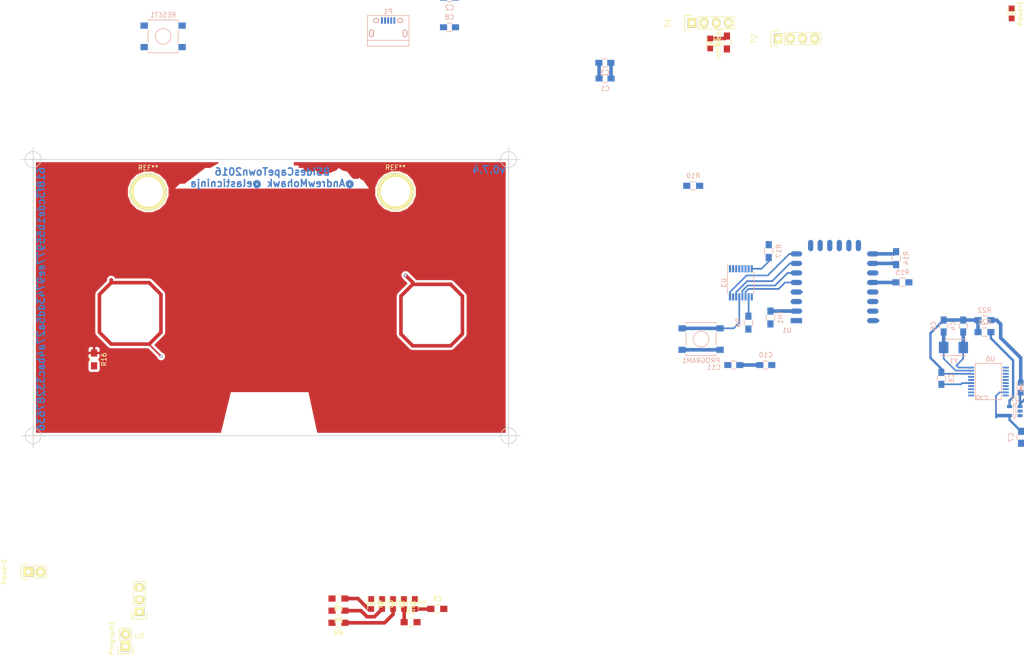
<source format=kicad_pcb>
(kicad_pcb (version 4) (host pcbnew 4.0.2+e4-6225~38~ubuntu15.10.1-stable)

  (general
    (links 109)
    (no_connects 70)
    (area 40.525 25.22374 259.875 179.908333)
    (thickness 1.6)
    (drawings 12)
    (tracks 152)
    (zones 0)
    (modules 52)
    (nets 63)
  )

  (page A4)
  (layers
    (0 F.Cu signal)
    (31 B.Cu signal hide)
    (32 B.Adhes user hide)
    (33 F.Adhes user)
    (34 B.Paste user hide)
    (35 F.Paste user)
    (36 B.SilkS user hide)
    (37 F.SilkS user)
    (38 B.Mask user hide)
    (39 F.Mask user)
    (40 Dwgs.User user hide)
    (41 Cmts.User user hide)
    (42 Eco1.User user hide)
    (43 Eco2.User user hide)
    (44 Edge.Cuts user hide)
    (45 Margin user hide)
    (46 B.CrtYd user)
    (47 F.CrtYd user hide)
    (48 B.Fab user hide)
    (49 F.Fab user)
  )

  (setup
    (last_trace_width 0.5)
    (user_trace_width 0.25)
    (user_trace_width 0.35)
    (user_trace_width 0.5)
    (user_trace_width 0.75)
    (trace_clearance 0.2)
    (zone_clearance 0.508)
    (zone_45_only yes)
    (trace_min 0.2)
    (segment_width 0.2)
    (edge_width 0.15)
    (via_size 0.6)
    (via_drill 0.4)
    (via_min_size 0.4)
    (via_min_drill 0.3)
    (uvia_size 0.3)
    (uvia_drill 0.1)
    (uvias_allowed no)
    (uvia_min_size 0.2)
    (uvia_min_drill 0.1)
    (pcb_text_width 0.3)
    (pcb_text_size 1.5 1.5)
    (mod_edge_width 0.15)
    (mod_text_size 1 1)
    (mod_text_width 0.15)
    (pad_size 1.524 1.524)
    (pad_drill 0.762)
    (pad_to_mask_clearance 0.2)
    (aux_axis_origin 0 0)
    (grid_origin 140 121.7)
    (visible_elements FFFC7BBF)
    (pcbplotparams
      (layerselection 0x010f0_80000001)
      (usegerberextensions true)
      (excludeedgelayer true)
      (linewidth 0.100000)
      (plotframeref false)
      (viasonmask false)
      (mode 1)
      (useauxorigin false)
      (hpglpennumber 1)
      (hpglpenspeed 20)
      (hpglpendiameter 15)
      (hpglpenoverlay 2)
      (psnegative false)
      (psa4output false)
      (plotreference true)
      (plotvalue true)
      (plotinvisibletext false)
      (padsonsilk false)
      (subtractmaskfromsilk false)
      (outputformat 1)
      (mirror false)
      (drillshape 0)
      (scaleselection 1)
      (outputdirectory v0.7.4-gerber/))
  )

  (net 0 "")
  (net 1 +3V3)
  (net 2 "Net-(L4-Pad1)")
  (net 3 "Net-(L5-Pad1)")
  (net 4 "Net-(L3-Pad1)")
  (net 5 "Net-(U1-Pad6)")
  (net 6 "Net-(L2-Pad1)")
  (net 7 "Net-(L1-Pad1)")
  (net 8 "Net-(U1-Pad5)")
  (net 9 "Net-(D1-Pad2)")
  (net 10 "Net-(U1-Pad4)")
  (net 11 "Net-(D1-Pad3)")
  (net 12 "Net-(D1-Pad4)")
  (net 13 "Net-(U3-Pad9)")
  (net 14 GND)
  (net 15 "Net-(Infrared1-Pad2)")
  (net 16 "Net-(L2-Pad2)")
  (net 17 "Net-(L3-Pad2)")
  (net 18 "Net-(L4-Pad2)")
  (net 19 "Net-(Power1-Pad2)")
  (net 20 "Net-(L5-Pad2)")
  (net 21 "Net-(L1-Pad2)")
  (net 22 "Net-(RESET1-Pad2)")
  (net 23 "Net-(U1-Pad9)")
  (net 24 "Net-(U1-Pad10)")
  (net 25 "Net-(U1-Pad11)")
  (net 26 "Net-(U1-Pad13)")
  (net 27 "Net-(U1-Pad14)")
  (net 28 "Net-(U1-Pad7)")
  (net 29 "Net-(Infrared1-Pad1)")
  (net 30 "Net-(D1-Pad1)")
  (net 31 "Net-(R9-Pad1)")
  (net 32 "Net-(C2-Pad1)")
  (net 33 "Net-(P1-Pad2)")
  (net 34 "Net-(P1-Pad3)")
  (net 35 "Net-(P1-Pad4)")
  (net 36 "Net-(P1-Pad6)")
  (net 37 "Net-(BUTTON_L5-Pad2)")
  (net 38 "Net-(BUTTON_L6-Pad2)")
  (net 39 "Net-(P2-Pad4)")
  (net 40 "Net-(PROGRAM1-Pad1)")
  (net 41 "Net-(Program1-Pad1)")
  (net 42 "Net-(Program1-Pad2)")
  (net 43 "Net-(R14-Pad1)")
  (net 44 "Net-(TH1-Pad2)")
  (net 45 "Net-(U1-Pad19)")
  (net 46 "Net-(P2-Pad3)")
  (net 47 "Net-(C5-Pad2)")
  (net 48 "Net-(C6-Pad1)")
  (net 49 "Net-(C4-Pad2)")
  (net 50 "Net-(U6-Pad11)")
  (net 51 "Net-(U6-Pad12)")
  (net 52 "Net-(U6-Pad13)")
  (net 53 "Net-(U6-Pad14)")
  (net 54 "Net-(U6-Pad15)")
  (net 55 "Net-(U6-Pad16)")
  (net 56 "Net-(U6-Pad17)")
  (net 57 "Net-(U6-Pad20)")
  (net 58 "Net-(C7-Pad1)")
  (net 59 "Net-(D2-Pad2)")
  (net 60 "Net-(D2-Pad1)")
  (net 61 "Net-(R21-Pad1)")
  (net 62 "Net-(D3-Pad2)")

  (net_class Default "This is the default net class."
    (clearance 0.2)
    (trace_width 0.5)
    (via_dia 0.6)
    (via_drill 0.4)
    (uvia_dia 0.3)
    (uvia_drill 0.1)
    (add_net +3V3)
    (add_net GND)
    (add_net "Net-(BUTTON_L5-Pad2)")
    (add_net "Net-(BUTTON_L6-Pad2)")
    (add_net "Net-(C2-Pad1)")
    (add_net "Net-(C4-Pad2)")
    (add_net "Net-(C5-Pad2)")
    (add_net "Net-(C6-Pad1)")
    (add_net "Net-(C7-Pad1)")
    (add_net "Net-(D1-Pad1)")
    (add_net "Net-(D1-Pad2)")
    (add_net "Net-(D1-Pad3)")
    (add_net "Net-(D1-Pad4)")
    (add_net "Net-(D2-Pad1)")
    (add_net "Net-(D2-Pad2)")
    (add_net "Net-(D3-Pad2)")
    (add_net "Net-(Infrared1-Pad1)")
    (add_net "Net-(Infrared1-Pad2)")
    (add_net "Net-(L1-Pad1)")
    (add_net "Net-(L1-Pad2)")
    (add_net "Net-(L2-Pad1)")
    (add_net "Net-(L2-Pad2)")
    (add_net "Net-(L3-Pad1)")
    (add_net "Net-(L3-Pad2)")
    (add_net "Net-(L4-Pad1)")
    (add_net "Net-(L4-Pad2)")
    (add_net "Net-(L5-Pad1)")
    (add_net "Net-(L5-Pad2)")
    (add_net "Net-(P1-Pad2)")
    (add_net "Net-(P1-Pad3)")
    (add_net "Net-(P1-Pad4)")
    (add_net "Net-(P1-Pad6)")
    (add_net "Net-(P2-Pad3)")
    (add_net "Net-(P2-Pad4)")
    (add_net "Net-(PROGRAM1-Pad1)")
    (add_net "Net-(Power1-Pad2)")
    (add_net "Net-(Program1-Pad1)")
    (add_net "Net-(Program1-Pad2)")
    (add_net "Net-(R14-Pad1)")
    (add_net "Net-(R21-Pad1)")
    (add_net "Net-(R9-Pad1)")
    (add_net "Net-(TH1-Pad2)")
    (add_net "Net-(U1-Pad10)")
    (add_net "Net-(U1-Pad11)")
    (add_net "Net-(U1-Pad13)")
    (add_net "Net-(U1-Pad14)")
    (add_net "Net-(U1-Pad19)")
    (add_net "Net-(U1-Pad4)")
    (add_net "Net-(U1-Pad5)")
    (add_net "Net-(U1-Pad6)")
    (add_net "Net-(U1-Pad7)")
    (add_net "Net-(U1-Pad9)")
    (add_net "Net-(U3-Pad9)")
    (add_net "Net-(U6-Pad11)")
    (add_net "Net-(U6-Pad12)")
    (add_net "Net-(U6-Pad13)")
    (add_net "Net-(U6-Pad14)")
    (add_net "Net-(U6-Pad15)")
    (add_net "Net-(U6-Pad16)")
    (add_net "Net-(U6-Pad17)")
    (add_net "Net-(U6-Pad20)")
  )

  (net_class "wide track" ""
    (clearance 0.2)
    (trace_width 0.25)
    (via_dia 0.6)
    (via_drill 0.4)
    (uvia_dia 0.3)
    (uvia_drill 0.1)
    (add_net "Net-(RESET1-Pad2)")
  )

  (module Resistors_SMD:R_0805_HandSoldering (layer F.Cu) (tedit 54189DEE) (tstamp 57D001F0)
    (at 60.5028 116.078 270)
    (descr "Resistor SMD 0805, hand soldering")
    (tags "resistor 0805")
    (path /57D05239)
    (attr smd)
    (fp_text reference R16 (at 0 -2.1 270) (layer F.SilkS)
      (effects (font (size 1 1) (thickness 0.15)))
    )
    (fp_text value "100 Ohm" (at 0 2.1 270) (layer F.Fab)
      (effects (font (size 1 1) (thickness 0.15)))
    )
    (fp_line (start -2.4 -1) (end 2.4 -1) (layer F.CrtYd) (width 0.05))
    (fp_line (start -2.4 1) (end 2.4 1) (layer F.CrtYd) (width 0.05))
    (fp_line (start -2.4 -1) (end -2.4 1) (layer F.CrtYd) (width 0.05))
    (fp_line (start 2.4 -1) (end 2.4 1) (layer F.CrtYd) (width 0.05))
    (fp_line (start 0.6 0.875) (end -0.6 0.875) (layer F.SilkS) (width 0.15))
    (fp_line (start -0.6 -0.875) (end 0.6 -0.875) (layer F.SilkS) (width 0.15))
    (pad 1 smd rect (at -1.35 0 270) (size 1.5 1.3) (layers F.Cu F.Paste F.Mask)
      (net 14 GND))
    (pad 2 smd rect (at 1.35 0 270) (size 1.5 1.3) (layers F.Cu F.Paste F.Mask)
      (net 37 "Net-(BUTTON_L5-Pad2)"))
    (model Resistors_SMD.3dshapes/R_0805_HandSoldering.wrl
      (at (xyz 0 0 0))
      (scale (xyz 1 1 1))
      (rotate (xyz 0 0 0))
    )
  )

  (module LEDs:LED_0805 (layer B.Cu) (tedit 55BDE1C2) (tstamp 57DF033F)
    (at 256.8 122 270)
    (descr "LED 0805 smd package")
    (tags "LED 0805 SMD")
    (path /57DEF49B)
    (attr smd)
    (fp_text reference D2 (at 0 1.75 270) (layer B.SilkS)
      (effects (font (size 1 1) (thickness 0.15)) (justify mirror))
    )
    (fp_text value LED (at 0 -1.75 270) (layer B.Fab)
      (effects (font (size 1 1) (thickness 0.15)) (justify mirror))
    )
    (fp_line (start -0.4 0.3) (end -0.4 -0.3) (layer B.Fab) (width 0.15))
    (fp_line (start -0.3 0) (end 0 0.3) (layer B.Fab) (width 0.15))
    (fp_line (start 0 -0.3) (end -0.3 0) (layer B.Fab) (width 0.15))
    (fp_line (start 0 0.3) (end 0 -0.3) (layer B.Fab) (width 0.15))
    (fp_line (start 1 0.6) (end -1 0.6) (layer B.Fab) (width 0.15))
    (fp_line (start 1 -0.6) (end 1 0.6) (layer B.Fab) (width 0.15))
    (fp_line (start -1 -0.6) (end 1 -0.6) (layer B.Fab) (width 0.15))
    (fp_line (start -1 0.6) (end -1 -0.6) (layer B.Fab) (width 0.15))
    (fp_line (start -1.6 -0.75) (end 1.1 -0.75) (layer B.SilkS) (width 0.15))
    (fp_line (start -1.6 0.75) (end 1.1 0.75) (layer B.SilkS) (width 0.15))
    (fp_line (start -0.1 -0.15) (end -0.1 0.1) (layer B.SilkS) (width 0.15))
    (fp_line (start -0.1 0.1) (end -0.25 -0.05) (layer B.SilkS) (width 0.15))
    (fp_line (start -0.35 0.35) (end -0.35 -0.35) (layer B.SilkS) (width 0.15))
    (fp_line (start 0 0) (end 0.35 0) (layer B.SilkS) (width 0.15))
    (fp_line (start -0.35 0) (end 0 0.35) (layer B.SilkS) (width 0.15))
    (fp_line (start 0 0.35) (end 0 -0.35) (layer B.SilkS) (width 0.15))
    (fp_line (start 0 -0.35) (end -0.35 0) (layer B.SilkS) (width 0.15))
    (fp_line (start 1.9 0.95) (end 1.9 -0.95) (layer B.CrtYd) (width 0.05))
    (fp_line (start 1.9 -0.95) (end -1.9 -0.95) (layer B.CrtYd) (width 0.05))
    (fp_line (start -1.9 -0.95) (end -1.9 0.95) (layer B.CrtYd) (width 0.05))
    (fp_line (start -1.9 0.95) (end 1.9 0.95) (layer B.CrtYd) (width 0.05))
    (pad 2 smd rect (at 1.04902 0 90) (size 1.19888 1.19888) (layers B.Cu B.Paste B.Mask)
      (net 59 "Net-(D2-Pad2)"))
    (pad 1 smd rect (at -1.04902 0 90) (size 1.19888 1.19888) (layers B.Cu B.Paste B.Mask)
      (net 60 "Net-(D2-Pad1)"))
    (model LEDs.3dshapes/LED_0805.wrl
      (at (xyz 0 0 0))
      (scale (xyz 1 1 1))
      (rotate (xyz 0 0 0))
    )
  )

  (module 1pin-7mm (layer F.Cu) (tedit 57DE86AD) (tstamp 57DEA0E2)
    (at 123.65 80.9)
    (descr "module 1 pin (ou trou mecanique de percage)")
    (tags DEV)
    (fp_text reference REF** (at 0 -5.048) (layer F.SilkS)
      (effects (font (size 1 1) (thickness 0.15)))
    )
    (fp_text value 1pin (at 0 2.794) (layer F.Fab)
      (effects (font (size 1 1) (thickness 0.15)))
    )
    (fp_circle (center 0 0) (end 0 -4) (layer F.SilkS) (width 0.15))
    (pad 1 thru_hole circle (at 0 0) (size 7.5 7.5) (drill 6.2) (layers *.Cu *.Mask F.SilkS))
  )

  (module Capacitors_SMD:C_0805_HandSoldering (layer B.Cu) (tedit 541A9B8D) (tstamp 57CFFFE4)
    (at 167.5372 57.1984)
    (descr "Capacitor SMD 0805, hand soldering")
    (tags "capacitor 0805")
    (path /576DADEF)
    (attr smd)
    (fp_text reference C1 (at 0 2.1) (layer B.SilkS)
      (effects (font (size 1 1) (thickness 0.15)) (justify mirror))
    )
    (fp_text value 10uF (at 0 -2.1) (layer B.Fab)
      (effects (font (size 1 1) (thickness 0.15)) (justify mirror))
    )
    (fp_line (start -2.3 1) (end 2.3 1) (layer B.CrtYd) (width 0.05))
    (fp_line (start -2.3 -1) (end 2.3 -1) (layer B.CrtYd) (width 0.05))
    (fp_line (start -2.3 1) (end -2.3 -1) (layer B.CrtYd) (width 0.05))
    (fp_line (start 2.3 1) (end 2.3 -1) (layer B.CrtYd) (width 0.05))
    (fp_line (start 0.5 0.85) (end -0.5 0.85) (layer B.SilkS) (width 0.15))
    (fp_line (start -0.5 -0.85) (end 0.5 -0.85) (layer B.SilkS) (width 0.15))
    (pad 1 smd rect (at -1.25 0) (size 1.5 1.25) (layers B.Cu B.Paste B.Mask)
      (net 1 +3V3))
    (pad 2 smd rect (at 1.25 0) (size 1.5 1.25) (layers B.Cu B.Paste B.Mask)
      (net 14 GND))
    (model Capacitors_SMD.3dshapes/C_0805_HandSoldering.wrl
      (at (xyz 0 0 0))
      (scale (xyz 1 1 1))
      (rotate (xyz 0 0 0))
    )
  )

  (module Capacitors_SMD:C_0805_HandSoldering (layer B.Cu) (tedit 541A9B8D) (tstamp 57CFFFF0)
    (at 134.95 40.25)
    (descr "Capacitor SMD 0805, hand soldering")
    (tags "capacitor 0805")
    (path /5797CF17)
    (attr smd)
    (fp_text reference C2 (at 0 2.1) (layer B.SilkS)
      (effects (font (size 1 1) (thickness 0.15)) (justify mirror))
    )
    (fp_text value 1uF (at 0 -2.1) (layer B.Fab)
      (effects (font (size 1 1) (thickness 0.15)) (justify mirror))
    )
    (fp_line (start -2.3 1) (end 2.3 1) (layer B.CrtYd) (width 0.05))
    (fp_line (start -2.3 -1) (end 2.3 -1) (layer B.CrtYd) (width 0.05))
    (fp_line (start -2.3 1) (end -2.3 -1) (layer B.CrtYd) (width 0.05))
    (fp_line (start 2.3 1) (end 2.3 -1) (layer B.CrtYd) (width 0.05))
    (fp_line (start 0.5 0.85) (end -0.5 0.85) (layer B.SilkS) (width 0.15))
    (fp_line (start -0.5 -0.85) (end 0.5 -0.85) (layer B.SilkS) (width 0.15))
    (pad 1 smd rect (at -1.25 0) (size 1.5 1.25) (layers B.Cu B.Paste B.Mask)
      (net 32 "Net-(C2-Pad1)"))
    (pad 2 smd rect (at 1.25 0) (size 1.5 1.25) (layers B.Cu B.Paste B.Mask)
      (net 14 GND))
    (model Capacitors_SMD.3dshapes/C_0805_HandSoldering.wrl
      (at (xyz 0 0 0))
      (scale (xyz 1 1 1))
      (rotate (xyz 0 0 0))
    )
  )

  (module Capacitors_SMD:C_0805_HandSoldering (layer B.Cu) (tedit 541A9B8D) (tstamp 57CFFFFC)
    (at 167.4864 53.8964)
    (descr "Capacitor SMD 0805, hand soldering")
    (tags "capacitor 0805")
    (path /5797CF8C)
    (attr smd)
    (fp_text reference C3 (at 0 2.1) (layer B.SilkS)
      (effects (font (size 1 1) (thickness 0.15)) (justify mirror))
    )
    (fp_text value 1uF (at 0 -2.1) (layer B.Fab)
      (effects (font (size 1 1) (thickness 0.15)) (justify mirror))
    )
    (fp_line (start -2.3 1) (end 2.3 1) (layer B.CrtYd) (width 0.05))
    (fp_line (start -2.3 -1) (end 2.3 -1) (layer B.CrtYd) (width 0.05))
    (fp_line (start -2.3 1) (end -2.3 -1) (layer B.CrtYd) (width 0.05))
    (fp_line (start 2.3 1) (end 2.3 -1) (layer B.CrtYd) (width 0.05))
    (fp_line (start 0.5 0.85) (end -0.5 0.85) (layer B.SilkS) (width 0.15))
    (fp_line (start -0.5 -0.85) (end 0.5 -0.85) (layer B.SilkS) (width 0.15))
    (pad 1 smd rect (at -1.25 0) (size 1.5 1.25) (layers B.Cu B.Paste B.Mask)
      (net 1 +3V3))
    (pad 2 smd rect (at 1.25 0) (size 1.5 1.25) (layers B.Cu B.Paste B.Mask)
      (net 14 GND))
    (model Capacitors_SMD.3dshapes/C_0805_HandSoldering.wrl
      (at (xyz 0 0 0))
      (scale (xyz 1 1 1))
      (rotate (xyz 0 0 0))
    )
  )

  (module Pin_Headers:Pin_Header_Straight_1x04 (layer F.Cu) (tedit 0) (tstamp 57D0000F)
    (at 185.7372 45.5344 90)
    (descr "Through hole pin header")
    (tags "pin header")
    (path /576D8957)
    (fp_text reference D1 (at 0 -5.1 90) (layer F.SilkS)
      (effects (font (size 1 1) (thickness 0.15)))
    )
    (fp_text value Led_RGB_CA (at 0 -3.1 90) (layer F.Fab)
      (effects (font (size 1 1) (thickness 0.15)))
    )
    (fp_line (start -1.75 -1.75) (end -1.75 9.4) (layer F.CrtYd) (width 0.05))
    (fp_line (start 1.75 -1.75) (end 1.75 9.4) (layer F.CrtYd) (width 0.05))
    (fp_line (start -1.75 -1.75) (end 1.75 -1.75) (layer F.CrtYd) (width 0.05))
    (fp_line (start -1.75 9.4) (end 1.75 9.4) (layer F.CrtYd) (width 0.05))
    (fp_line (start -1.27 1.27) (end -1.27 8.89) (layer F.SilkS) (width 0.15))
    (fp_line (start 1.27 1.27) (end 1.27 8.89) (layer F.SilkS) (width 0.15))
    (fp_line (start 1.55 -1.55) (end 1.55 0) (layer F.SilkS) (width 0.15))
    (fp_line (start -1.27 8.89) (end 1.27 8.89) (layer F.SilkS) (width 0.15))
    (fp_line (start 1.27 1.27) (end -1.27 1.27) (layer F.SilkS) (width 0.15))
    (fp_line (start -1.55 0) (end -1.55 -1.55) (layer F.SilkS) (width 0.15))
    (fp_line (start -1.55 -1.55) (end 1.55 -1.55) (layer F.SilkS) (width 0.15))
    (pad 1 thru_hole rect (at 0 0 90) (size 2.032 1.7272) (drill 1.016) (layers *.Cu *.Mask F.SilkS)
      (net 30 "Net-(D1-Pad1)"))
    (pad 2 thru_hole oval (at 0 2.54 90) (size 2.032 1.7272) (drill 1.016) (layers *.Cu *.Mask F.SilkS)
      (net 9 "Net-(D1-Pad2)"))
    (pad 3 thru_hole oval (at 0 5.08 90) (size 2.032 1.7272) (drill 1.016) (layers *.Cu *.Mask F.SilkS)
      (net 11 "Net-(D1-Pad3)"))
    (pad 4 thru_hole oval (at 0 7.62 90) (size 2.032 1.7272) (drill 1.016) (layers *.Cu *.Mask F.SilkS)
      (net 12 "Net-(D1-Pad4)"))
    (model Pin_Headers.3dshapes/Pin_Header_Straight_1x04.wrl
      (at (xyz 0 -0.15 0))
      (scale (xyz 1 1 1))
      (rotate (xyz 0 0 90))
    )
  )

  (module LEDs:LED_0805 (layer F.Cu) (tedit 55BDE1C2) (tstamp 57D0002A)
    (at 189.5472 49.8524 270)
    (descr "LED 0805 smd package")
    (tags "LED 0805 SMD")
    (path /576D8B38)
    (attr smd)
    (fp_text reference Infrared1 (at 0 -1.75 270) (layer F.SilkS)
      (effects (font (size 1 1) (thickness 0.15)))
    )
    (fp_text value LEDs:LED-5MM (at 0 1.75 270) (layer F.Fab)
      (effects (font (size 1 1) (thickness 0.15)))
    )
    (fp_line (start -0.4 -0.3) (end -0.4 0.3) (layer F.Fab) (width 0.15))
    (fp_line (start -0.3 0) (end 0 -0.3) (layer F.Fab) (width 0.15))
    (fp_line (start 0 0.3) (end -0.3 0) (layer F.Fab) (width 0.15))
    (fp_line (start 0 -0.3) (end 0 0.3) (layer F.Fab) (width 0.15))
    (fp_line (start 1 -0.6) (end -1 -0.6) (layer F.Fab) (width 0.15))
    (fp_line (start 1 0.6) (end 1 -0.6) (layer F.Fab) (width 0.15))
    (fp_line (start -1 0.6) (end 1 0.6) (layer F.Fab) (width 0.15))
    (fp_line (start -1 -0.6) (end -1 0.6) (layer F.Fab) (width 0.15))
    (fp_line (start -1.6 0.75) (end 1.1 0.75) (layer F.SilkS) (width 0.15))
    (fp_line (start -1.6 -0.75) (end 1.1 -0.75) (layer F.SilkS) (width 0.15))
    (fp_line (start -0.1 0.15) (end -0.1 -0.1) (layer F.SilkS) (width 0.15))
    (fp_line (start -0.1 -0.1) (end -0.25 0.05) (layer F.SilkS) (width 0.15))
    (fp_line (start -0.35 -0.35) (end -0.35 0.35) (layer F.SilkS) (width 0.15))
    (fp_line (start 0 0) (end 0.35 0) (layer F.SilkS) (width 0.15))
    (fp_line (start -0.35 0) (end 0 -0.35) (layer F.SilkS) (width 0.15))
    (fp_line (start 0 -0.35) (end 0 0.35) (layer F.SilkS) (width 0.15))
    (fp_line (start 0 0.35) (end -0.35 0) (layer F.SilkS) (width 0.15))
    (fp_line (start 1.9 -0.95) (end 1.9 0.95) (layer F.CrtYd) (width 0.05))
    (fp_line (start 1.9 0.95) (end -1.9 0.95) (layer F.CrtYd) (width 0.05))
    (fp_line (start -1.9 0.95) (end -1.9 -0.95) (layer F.CrtYd) (width 0.05))
    (fp_line (start -1.9 -0.95) (end 1.9 -0.95) (layer F.CrtYd) (width 0.05))
    (pad 2 smd rect (at 1.04902 0 90) (size 1.19888 1.19888) (layers F.Cu F.Paste F.Mask)
      (net 15 "Net-(Infrared1-Pad2)"))
    (pad 1 smd rect (at -1.04902 0 90) (size 1.19888 1.19888) (layers F.Cu F.Paste F.Mask)
      (net 29 "Net-(Infrared1-Pad1)"))
    (model LEDs.3dshapes/LED_0805.wrl
      (at (xyz 0 0 0))
      (scale (xyz 1 1 1))
      (rotate (xyz 0 0 0))
    )
  )

  (module LEDs:LED_0805 (layer F.Cu) (tedit 55BDE1C2) (tstamp 57D00045)
    (at 125.41 167.344 270)
    (descr "LED 0805 smd package")
    (tags "LED 0805 SMD")
    (path /576D8D24)
    (attr smd)
    (fp_text reference L1 (at 0 -1.75 270) (layer F.SilkS)
      (effects (font (size 1 1) (thickness 0.15)))
    )
    (fp_text value LEDs:LED-5MM (at 0 1.75 270) (layer F.Fab)
      (effects (font (size 1 1) (thickness 0.15)))
    )
    (fp_line (start -0.4 -0.3) (end -0.4 0.3) (layer F.Fab) (width 0.15))
    (fp_line (start -0.3 0) (end 0 -0.3) (layer F.Fab) (width 0.15))
    (fp_line (start 0 0.3) (end -0.3 0) (layer F.Fab) (width 0.15))
    (fp_line (start 0 -0.3) (end 0 0.3) (layer F.Fab) (width 0.15))
    (fp_line (start 1 -0.6) (end -1 -0.6) (layer F.Fab) (width 0.15))
    (fp_line (start 1 0.6) (end 1 -0.6) (layer F.Fab) (width 0.15))
    (fp_line (start -1 0.6) (end 1 0.6) (layer F.Fab) (width 0.15))
    (fp_line (start -1 -0.6) (end -1 0.6) (layer F.Fab) (width 0.15))
    (fp_line (start -1.6 0.75) (end 1.1 0.75) (layer F.SilkS) (width 0.15))
    (fp_line (start -1.6 -0.75) (end 1.1 -0.75) (layer F.SilkS) (width 0.15))
    (fp_line (start -0.1 0.15) (end -0.1 -0.1) (layer F.SilkS) (width 0.15))
    (fp_line (start -0.1 -0.1) (end -0.25 0.05) (layer F.SilkS) (width 0.15))
    (fp_line (start -0.35 -0.35) (end -0.35 0.35) (layer F.SilkS) (width 0.15))
    (fp_line (start 0 0) (end 0.35 0) (layer F.SilkS) (width 0.15))
    (fp_line (start -0.35 0) (end 0 -0.35) (layer F.SilkS) (width 0.15))
    (fp_line (start 0 -0.35) (end 0 0.35) (layer F.SilkS) (width 0.15))
    (fp_line (start 0 0.35) (end -0.35 0) (layer F.SilkS) (width 0.15))
    (fp_line (start 1.9 -0.95) (end 1.9 0.95) (layer F.CrtYd) (width 0.05))
    (fp_line (start 1.9 0.95) (end -1.9 0.95) (layer F.CrtYd) (width 0.05))
    (fp_line (start -1.9 0.95) (end -1.9 -0.95) (layer F.CrtYd) (width 0.05))
    (fp_line (start -1.9 -0.95) (end 1.9 -0.95) (layer F.CrtYd) (width 0.05))
    (pad 2 smd rect (at 1.04902 0 90) (size 1.19888 1.19888) (layers F.Cu F.Paste F.Mask)
      (net 21 "Net-(L1-Pad2)"))
    (pad 1 smd rect (at -1.04902 0 90) (size 1.19888 1.19888) (layers F.Cu F.Paste F.Mask)
      (net 7 "Net-(L1-Pad1)"))
    (model LEDs.3dshapes/LED_0805.wrl
      (at (xyz 0 0 0))
      (scale (xyz 1 1 1))
      (rotate (xyz 0 0 0))
    )
  )

  (module LEDs:LED_0805 (layer F.Cu) (tedit 55BDE1C2) (tstamp 57D00060)
    (at 123.124 167.344 270)
    (descr "LED 0805 smd package")
    (tags "LED 0805 SMD")
    (path /576D8DBF)
    (attr smd)
    (fp_text reference L2 (at 0 -1.75 270) (layer F.SilkS)
      (effects (font (size 1 1) (thickness 0.15)))
    )
    (fp_text value LED (at 0 1.75 270) (layer F.Fab)
      (effects (font (size 1 1) (thickness 0.15)))
    )
    (fp_line (start -0.4 -0.3) (end -0.4 0.3) (layer F.Fab) (width 0.15))
    (fp_line (start -0.3 0) (end 0 -0.3) (layer F.Fab) (width 0.15))
    (fp_line (start 0 0.3) (end -0.3 0) (layer F.Fab) (width 0.15))
    (fp_line (start 0 -0.3) (end 0 0.3) (layer F.Fab) (width 0.15))
    (fp_line (start 1 -0.6) (end -1 -0.6) (layer F.Fab) (width 0.15))
    (fp_line (start 1 0.6) (end 1 -0.6) (layer F.Fab) (width 0.15))
    (fp_line (start -1 0.6) (end 1 0.6) (layer F.Fab) (width 0.15))
    (fp_line (start -1 -0.6) (end -1 0.6) (layer F.Fab) (width 0.15))
    (fp_line (start -1.6 0.75) (end 1.1 0.75) (layer F.SilkS) (width 0.15))
    (fp_line (start -1.6 -0.75) (end 1.1 -0.75) (layer F.SilkS) (width 0.15))
    (fp_line (start -0.1 0.15) (end -0.1 -0.1) (layer F.SilkS) (width 0.15))
    (fp_line (start -0.1 -0.1) (end -0.25 0.05) (layer F.SilkS) (width 0.15))
    (fp_line (start -0.35 -0.35) (end -0.35 0.35) (layer F.SilkS) (width 0.15))
    (fp_line (start 0 0) (end 0.35 0) (layer F.SilkS) (width 0.15))
    (fp_line (start -0.35 0) (end 0 -0.35) (layer F.SilkS) (width 0.15))
    (fp_line (start 0 -0.35) (end 0 0.35) (layer F.SilkS) (width 0.15))
    (fp_line (start 0 0.35) (end -0.35 0) (layer F.SilkS) (width 0.15))
    (fp_line (start 1.9 -0.95) (end 1.9 0.95) (layer F.CrtYd) (width 0.05))
    (fp_line (start 1.9 0.95) (end -1.9 0.95) (layer F.CrtYd) (width 0.05))
    (fp_line (start -1.9 0.95) (end -1.9 -0.95) (layer F.CrtYd) (width 0.05))
    (fp_line (start -1.9 -0.95) (end 1.9 -0.95) (layer F.CrtYd) (width 0.05))
    (pad 2 smd rect (at 1.04902 0 90) (size 1.19888 1.19888) (layers F.Cu F.Paste F.Mask)
      (net 16 "Net-(L2-Pad2)"))
    (pad 1 smd rect (at -1.04902 0 90) (size 1.19888 1.19888) (layers F.Cu F.Paste F.Mask)
      (net 6 "Net-(L2-Pad1)"))
    (model LEDs.3dshapes/LED_0805.wrl
      (at (xyz 0 0 0))
      (scale (xyz 1 1 1))
      (rotate (xyz 0 0 0))
    )
  )

  (module LEDs:LED_0805 (layer F.Cu) (tedit 55BDE1C2) (tstamp 57D0007B)
    (at 120.838 167.344 270)
    (descr "LED 0805 smd package")
    (tags "LED 0805 SMD")
    (path /576D8E6A)
    (attr smd)
    (fp_text reference L3 (at 0 -1.75 270) (layer F.SilkS)
      (effects (font (size 1 1) (thickness 0.15)))
    )
    (fp_text value LED (at 0 1.75 270) (layer F.Fab)
      (effects (font (size 1 1) (thickness 0.15)))
    )
    (fp_line (start -0.4 -0.3) (end -0.4 0.3) (layer F.Fab) (width 0.15))
    (fp_line (start -0.3 0) (end 0 -0.3) (layer F.Fab) (width 0.15))
    (fp_line (start 0 0.3) (end -0.3 0) (layer F.Fab) (width 0.15))
    (fp_line (start 0 -0.3) (end 0 0.3) (layer F.Fab) (width 0.15))
    (fp_line (start 1 -0.6) (end -1 -0.6) (layer F.Fab) (width 0.15))
    (fp_line (start 1 0.6) (end 1 -0.6) (layer F.Fab) (width 0.15))
    (fp_line (start -1 0.6) (end 1 0.6) (layer F.Fab) (width 0.15))
    (fp_line (start -1 -0.6) (end -1 0.6) (layer F.Fab) (width 0.15))
    (fp_line (start -1.6 0.75) (end 1.1 0.75) (layer F.SilkS) (width 0.15))
    (fp_line (start -1.6 -0.75) (end 1.1 -0.75) (layer F.SilkS) (width 0.15))
    (fp_line (start -0.1 0.15) (end -0.1 -0.1) (layer F.SilkS) (width 0.15))
    (fp_line (start -0.1 -0.1) (end -0.25 0.05) (layer F.SilkS) (width 0.15))
    (fp_line (start -0.35 -0.35) (end -0.35 0.35) (layer F.SilkS) (width 0.15))
    (fp_line (start 0 0) (end 0.35 0) (layer F.SilkS) (width 0.15))
    (fp_line (start -0.35 0) (end 0 -0.35) (layer F.SilkS) (width 0.15))
    (fp_line (start 0 -0.35) (end 0 0.35) (layer F.SilkS) (width 0.15))
    (fp_line (start 0 0.35) (end -0.35 0) (layer F.SilkS) (width 0.15))
    (fp_line (start 1.9 -0.95) (end 1.9 0.95) (layer F.CrtYd) (width 0.05))
    (fp_line (start 1.9 0.95) (end -1.9 0.95) (layer F.CrtYd) (width 0.05))
    (fp_line (start -1.9 0.95) (end -1.9 -0.95) (layer F.CrtYd) (width 0.05))
    (fp_line (start -1.9 -0.95) (end 1.9 -0.95) (layer F.CrtYd) (width 0.05))
    (pad 2 smd rect (at 1.04902 0 90) (size 1.19888 1.19888) (layers F.Cu F.Paste F.Mask)
      (net 17 "Net-(L3-Pad2)"))
    (pad 1 smd rect (at -1.04902 0 90) (size 1.19888 1.19888) (layers F.Cu F.Paste F.Mask)
      (net 4 "Net-(L3-Pad1)"))
    (model LEDs.3dshapes/LED_0805.wrl
      (at (xyz 0 0 0))
      (scale (xyz 1 1 1))
      (rotate (xyz 0 0 0))
    )
  )

  (module LEDs:LED_0805 (layer F.Cu) (tedit 55BDE1C2) (tstamp 57D00096)
    (at 118.552 167.344 270)
    (descr "LED 0805 smd package")
    (tags "LED 0805 SMD")
    (path /576D91CB)
    (attr smd)
    (fp_text reference L4 (at 0 -1.75 270) (layer F.SilkS)
      (effects (font (size 1 1) (thickness 0.15)))
    )
    (fp_text value LED (at 0 1.75 270) (layer F.Fab)
      (effects (font (size 1 1) (thickness 0.15)))
    )
    (fp_line (start -0.4 -0.3) (end -0.4 0.3) (layer F.Fab) (width 0.15))
    (fp_line (start -0.3 0) (end 0 -0.3) (layer F.Fab) (width 0.15))
    (fp_line (start 0 0.3) (end -0.3 0) (layer F.Fab) (width 0.15))
    (fp_line (start 0 -0.3) (end 0 0.3) (layer F.Fab) (width 0.15))
    (fp_line (start 1 -0.6) (end -1 -0.6) (layer F.Fab) (width 0.15))
    (fp_line (start 1 0.6) (end 1 -0.6) (layer F.Fab) (width 0.15))
    (fp_line (start -1 0.6) (end 1 0.6) (layer F.Fab) (width 0.15))
    (fp_line (start -1 -0.6) (end -1 0.6) (layer F.Fab) (width 0.15))
    (fp_line (start -1.6 0.75) (end 1.1 0.75) (layer F.SilkS) (width 0.15))
    (fp_line (start -1.6 -0.75) (end 1.1 -0.75) (layer F.SilkS) (width 0.15))
    (fp_line (start -0.1 0.15) (end -0.1 -0.1) (layer F.SilkS) (width 0.15))
    (fp_line (start -0.1 -0.1) (end -0.25 0.05) (layer F.SilkS) (width 0.15))
    (fp_line (start -0.35 -0.35) (end -0.35 0.35) (layer F.SilkS) (width 0.15))
    (fp_line (start 0 0) (end 0.35 0) (layer F.SilkS) (width 0.15))
    (fp_line (start -0.35 0) (end 0 -0.35) (layer F.SilkS) (width 0.15))
    (fp_line (start 0 -0.35) (end 0 0.35) (layer F.SilkS) (width 0.15))
    (fp_line (start 0 0.35) (end -0.35 0) (layer F.SilkS) (width 0.15))
    (fp_line (start 1.9 -0.95) (end 1.9 0.95) (layer F.CrtYd) (width 0.05))
    (fp_line (start 1.9 0.95) (end -1.9 0.95) (layer F.CrtYd) (width 0.05))
    (fp_line (start -1.9 0.95) (end -1.9 -0.95) (layer F.CrtYd) (width 0.05))
    (fp_line (start -1.9 -0.95) (end 1.9 -0.95) (layer F.CrtYd) (width 0.05))
    (pad 2 smd rect (at 1.04902 0 90) (size 1.19888 1.19888) (layers F.Cu F.Paste F.Mask)
      (net 18 "Net-(L4-Pad2)"))
    (pad 1 smd rect (at -1.04902 0 90) (size 1.19888 1.19888) (layers F.Cu F.Paste F.Mask)
      (net 2 "Net-(L4-Pad1)"))
    (model LEDs.3dshapes/LED_0805.wrl
      (at (xyz 0 0 0))
      (scale (xyz 1 1 1))
      (rotate (xyz 0 0 0))
    )
  )

  (module LEDs:LED_0805 (layer F.Cu) (tedit 55BDE1C2) (tstamp 57D000B1)
    (at 127.696 167.344 270)
    (descr "LED 0805 smd package")
    (tags "LED 0805 SMD")
    (path /576D9207)
    (attr smd)
    (fp_text reference L5 (at 0 -1.75 270) (layer F.SilkS)
      (effects (font (size 1 1) (thickness 0.15)))
    )
    (fp_text value LEDs:LED-5MM (at 0 1.75 270) (layer F.Fab)
      (effects (font (size 1 1) (thickness 0.15)))
    )
    (fp_line (start -0.4 -0.3) (end -0.4 0.3) (layer F.Fab) (width 0.15))
    (fp_line (start -0.3 0) (end 0 -0.3) (layer F.Fab) (width 0.15))
    (fp_line (start 0 0.3) (end -0.3 0) (layer F.Fab) (width 0.15))
    (fp_line (start 0 -0.3) (end 0 0.3) (layer F.Fab) (width 0.15))
    (fp_line (start 1 -0.6) (end -1 -0.6) (layer F.Fab) (width 0.15))
    (fp_line (start 1 0.6) (end 1 -0.6) (layer F.Fab) (width 0.15))
    (fp_line (start -1 0.6) (end 1 0.6) (layer F.Fab) (width 0.15))
    (fp_line (start -1 -0.6) (end -1 0.6) (layer F.Fab) (width 0.15))
    (fp_line (start -1.6 0.75) (end 1.1 0.75) (layer F.SilkS) (width 0.15))
    (fp_line (start -1.6 -0.75) (end 1.1 -0.75) (layer F.SilkS) (width 0.15))
    (fp_line (start -0.1 0.15) (end -0.1 -0.1) (layer F.SilkS) (width 0.15))
    (fp_line (start -0.1 -0.1) (end -0.25 0.05) (layer F.SilkS) (width 0.15))
    (fp_line (start -0.35 -0.35) (end -0.35 0.35) (layer F.SilkS) (width 0.15))
    (fp_line (start 0 0) (end 0.35 0) (layer F.SilkS) (width 0.15))
    (fp_line (start -0.35 0) (end 0 -0.35) (layer F.SilkS) (width 0.15))
    (fp_line (start 0 -0.35) (end 0 0.35) (layer F.SilkS) (width 0.15))
    (fp_line (start 0 0.35) (end -0.35 0) (layer F.SilkS) (width 0.15))
    (fp_line (start 1.9 -0.95) (end 1.9 0.95) (layer F.CrtYd) (width 0.05))
    (fp_line (start 1.9 0.95) (end -1.9 0.95) (layer F.CrtYd) (width 0.05))
    (fp_line (start -1.9 0.95) (end -1.9 -0.95) (layer F.CrtYd) (width 0.05))
    (fp_line (start -1.9 -0.95) (end 1.9 -0.95) (layer F.CrtYd) (width 0.05))
    (pad 2 smd rect (at 1.04902 0 90) (size 1.19888 1.19888) (layers F.Cu F.Paste F.Mask)
      (net 20 "Net-(L5-Pad2)"))
    (pad 1 smd rect (at -1.04902 0 90) (size 1.19888 1.19888) (layers F.Cu F.Paste F.Mask)
      (net 3 "Net-(L5-Pad1)"))
    (model LEDs.3dshapes/LED_0805.wrl
      (at (xyz 0 0 0))
      (scale (xyz 1 1 1))
      (rotate (xyz 0 0 0))
    )
  )

  (module Connect:USB_Micro-B (layer B.Cu) (tedit 57FF4FC7) (tstamp 57D000C7)
    (at 122.1 46.6 180)
    (descr "Micro USB Type B Receptacle")
    (tags "USB USB_B USB_micro USB_OTG")
    (path /579BABC1)
    (attr smd)
    (fp_text reference P1 (at 0 3.45 180) (layer B.SilkS)
      (effects (font (size 1 1) (thickness 0.15)) (justify mirror))
    )
    (fp_text value USB_OTG (at 5.65 1.6 270) (layer B.Fab)
      (effects (font (size 1 1) (thickness 0.15)) (justify mirror))
    )
    (fp_line (start -4.6 2.8) (end 4.6 2.8) (layer B.CrtYd) (width 0.05))
    (fp_line (start 4.6 2.8) (end 4.6 -4.05) (layer B.CrtYd) (width 0.05))
    (fp_line (start 4.6 -4.05) (end -4.6 -4.05) (layer B.CrtYd) (width 0.05))
    (fp_line (start -4.6 -4.05) (end -4.6 2.8) (layer B.CrtYd) (width 0.05))
    (fp_line (start -4.3509 -3.81746) (end 4.3491 -3.81746) (layer B.SilkS) (width 0.15))
    (fp_line (start -4.3509 2.58754) (end 4.3491 2.58754) (layer B.SilkS) (width 0.15))
    (fp_line (start 4.3491 2.58754) (end 4.3491 -3.81746) (layer B.SilkS) (width 0.15))
    (fp_line (start 4.3491 -2.58746) (end -4.3509 -2.58746) (layer B.SilkS) (width 0.15))
    (fp_line (start -4.3509 -3.81746) (end -4.3509 2.58754) (layer B.SilkS) (width 0.15))
    (pad 1 smd rect (at -1.3009 1.56254 90) (size 1.35 0.4) (layers B.Cu B.Paste B.Mask)
      (net 58 "Net-(C7-Pad1)"))
    (pad 2 smd rect (at -0.6509 1.56254 90) (size 1.35 0.4) (layers B.Cu B.Paste B.Mask)
      (net 33 "Net-(P1-Pad2)"))
    (pad 3 smd rect (at -0.0009 1.56254 90) (size 1.35 0.4) (layers B.Cu B.Paste B.Mask)
      (net 34 "Net-(P1-Pad3)"))
    (pad 4 smd rect (at 0.6491 1.56254 90) (size 1.35 0.4) (layers B.Cu B.Paste B.Mask)
      (net 35 "Net-(P1-Pad4)"))
    (pad 5 smd rect (at 1.2991 1.56254 90) (size 1.35 0.4) (layers B.Cu B.Paste B.Mask)
      (net 14 GND))
    (pad 6 thru_hole oval (at -2.5009 1.56254 90) (size 0.95 1.25) (drill oval 0.55 0.85) (layers *.Cu *.Mask B.SilkS)
      (net 36 "Net-(P1-Pad6)"))
    (pad 6 thru_hole oval (at 2.4991 1.56254 90) (size 0.95 1.25) (drill oval 0.55 0.85) (layers *.Cu *.Mask B.SilkS)
      (net 36 "Net-(P1-Pad6)"))
    (pad 6 thru_hole oval (at -3.5009 -1.13746 90) (size 1.55 1) (drill oval 1.15 0.5) (layers *.Cu *.Mask B.SilkS)
      (net 36 "Net-(P1-Pad6)"))
    (pad 6 thru_hole oval (at 3.4991 -1.13746 90) (size 1.55 1) (drill oval 1.15 0.5) (layers *.Cu *.Mask B.SilkS)
      (net 36 "Net-(P1-Pad6)"))
  )

  (module Pin_Headers:Pin_Header_Straight_1x04 (layer F.Cu) (tedit 0) (tstamp 57D000DA)
    (at 203.822 48.811 90)
    (descr "Through hole pin header")
    (tags "pin header")
    (path /57D0115F)
    (fp_text reference P2 (at 0 -5.1 90) (layer F.SilkS)
      (effects (font (size 1 1) (thickness 0.15)))
    )
    (fp_text value CONN_01X04 (at 0 -3.1 90) (layer F.Fab)
      (effects (font (size 1 1) (thickness 0.15)))
    )
    (fp_line (start -1.75 -1.75) (end -1.75 9.4) (layer F.CrtYd) (width 0.05))
    (fp_line (start 1.75 -1.75) (end 1.75 9.4) (layer F.CrtYd) (width 0.05))
    (fp_line (start -1.75 -1.75) (end 1.75 -1.75) (layer F.CrtYd) (width 0.05))
    (fp_line (start -1.75 9.4) (end 1.75 9.4) (layer F.CrtYd) (width 0.05))
    (fp_line (start -1.27 1.27) (end -1.27 8.89) (layer F.SilkS) (width 0.15))
    (fp_line (start 1.27 1.27) (end 1.27 8.89) (layer F.SilkS) (width 0.15))
    (fp_line (start 1.55 -1.55) (end 1.55 0) (layer F.SilkS) (width 0.15))
    (fp_line (start -1.27 8.89) (end 1.27 8.89) (layer F.SilkS) (width 0.15))
    (fp_line (start 1.27 1.27) (end -1.27 1.27) (layer F.SilkS) (width 0.15))
    (fp_line (start -1.55 0) (end -1.55 -1.55) (layer F.SilkS) (width 0.15))
    (fp_line (start -1.55 -1.55) (end 1.55 -1.55) (layer F.SilkS) (width 0.15))
    (pad 1 thru_hole rect (at 0 0 90) (size 2.032 1.7272) (drill 1.016) (layers *.Cu *.Mask F.SilkS)
      (net 14 GND))
    (pad 2 thru_hole oval (at 0 2.54 90) (size 2.032 1.7272) (drill 1.016) (layers *.Cu *.Mask F.SilkS)
      (net 1 +3V3))
    (pad 3 thru_hole oval (at 0 5.08 90) (size 2.032 1.7272) (drill 1.016) (layers *.Cu *.Mask F.SilkS)
      (net 46 "Net-(P2-Pad3)"))
    (pad 4 thru_hole oval (at 0 7.62 90) (size 2.032 1.7272) (drill 1.016) (layers *.Cu *.Mask F.SilkS)
      (net 39 "Net-(P2-Pad4)"))
    (model Pin_Headers.3dshapes/Pin_Header_Straight_1x04.wrl
      (at (xyz 0 -0.15 0))
      (scale (xyz 1 1 1))
      (rotate (xyz 0 0 90))
    )
  )

  (module LEDs:LED_0805 (layer F.Cu) (tedit 55BDE1C2) (tstamp 57D000F5)
    (at 252.6916 43.5532 270)
    (descr "LED 0805 smd package")
    (tags "LED 0805 SMD")
    (path /576D8A57)
    (attr smd)
    (fp_text reference Power1 (at 0 -1.75 270) (layer F.SilkS)
      (effects (font (size 1 1) (thickness 0.15)))
    )
    (fp_text value LED (at 0 1.75 270) (layer F.Fab)
      (effects (font (size 1 1) (thickness 0.15)))
    )
    (fp_line (start -0.4 -0.3) (end -0.4 0.3) (layer F.Fab) (width 0.15))
    (fp_line (start -0.3 0) (end 0 -0.3) (layer F.Fab) (width 0.15))
    (fp_line (start 0 0.3) (end -0.3 0) (layer F.Fab) (width 0.15))
    (fp_line (start 0 -0.3) (end 0 0.3) (layer F.Fab) (width 0.15))
    (fp_line (start 1 -0.6) (end -1 -0.6) (layer F.Fab) (width 0.15))
    (fp_line (start 1 0.6) (end 1 -0.6) (layer F.Fab) (width 0.15))
    (fp_line (start -1 0.6) (end 1 0.6) (layer F.Fab) (width 0.15))
    (fp_line (start -1 -0.6) (end -1 0.6) (layer F.Fab) (width 0.15))
    (fp_line (start -1.6 0.75) (end 1.1 0.75) (layer F.SilkS) (width 0.15))
    (fp_line (start -1.6 -0.75) (end 1.1 -0.75) (layer F.SilkS) (width 0.15))
    (fp_line (start -0.1 0.15) (end -0.1 -0.1) (layer F.SilkS) (width 0.15))
    (fp_line (start -0.1 -0.1) (end -0.25 0.05) (layer F.SilkS) (width 0.15))
    (fp_line (start -0.35 -0.35) (end -0.35 0.35) (layer F.SilkS) (width 0.15))
    (fp_line (start 0 0) (end 0.35 0) (layer F.SilkS) (width 0.15))
    (fp_line (start -0.35 0) (end 0 -0.35) (layer F.SilkS) (width 0.15))
    (fp_line (start 0 -0.35) (end 0 0.35) (layer F.SilkS) (width 0.15))
    (fp_line (start 0 0.35) (end -0.35 0) (layer F.SilkS) (width 0.15))
    (fp_line (start 1.9 -0.95) (end 1.9 0.95) (layer F.CrtYd) (width 0.05))
    (fp_line (start 1.9 0.95) (end -1.9 0.95) (layer F.CrtYd) (width 0.05))
    (fp_line (start -1.9 0.95) (end -1.9 -0.95) (layer F.CrtYd) (width 0.05))
    (fp_line (start -1.9 -0.95) (end 1.9 -0.95) (layer F.CrtYd) (width 0.05))
    (pad 2 smd rect (at 1.04902 0 90) (size 1.19888 1.19888) (layers F.Cu F.Paste F.Mask)
      (net 19 "Net-(Power1-Pad2)"))
    (pad 1 smd rect (at -1.04902 0 90) (size 1.19888 1.19888) (layers F.Cu F.Paste F.Mask)
      (net 1 +3V3))
    (model LEDs.3dshapes/LED_0805.wrl
      (at (xyz 0 0 0))
      (scale (xyz 1 1 1))
      (rotate (xyz 0 0 0))
    )
  )

  (module Pin_Headers:Pin_Header_Straight_1x02 (layer F.Cu) (tedit 54EA090C) (tstamp 57D00106)
    (at 46.75 160.6 90)
    (descr "Through hole pin header")
    (tags "pin header")
    (path /576EF59A)
    (fp_text reference Power2 (at 0 -5.1 90) (layer F.SilkS)
      (effects (font (size 1 1) (thickness 0.15)))
    )
    (fp_text value CONN_01X02 (at 0 -3.1 90) (layer F.Fab)
      (effects (font (size 1 1) (thickness 0.15)))
    )
    (fp_line (start 1.27 1.27) (end 1.27 3.81) (layer F.SilkS) (width 0.15))
    (fp_line (start 1.55 -1.55) (end 1.55 0) (layer F.SilkS) (width 0.15))
    (fp_line (start -1.75 -1.75) (end -1.75 4.3) (layer F.CrtYd) (width 0.05))
    (fp_line (start 1.75 -1.75) (end 1.75 4.3) (layer F.CrtYd) (width 0.05))
    (fp_line (start -1.75 -1.75) (end 1.75 -1.75) (layer F.CrtYd) (width 0.05))
    (fp_line (start -1.75 4.3) (end 1.75 4.3) (layer F.CrtYd) (width 0.05))
    (fp_line (start 1.27 1.27) (end -1.27 1.27) (layer F.SilkS) (width 0.15))
    (fp_line (start -1.55 0) (end -1.55 -1.55) (layer F.SilkS) (width 0.15))
    (fp_line (start -1.55 -1.55) (end 1.55 -1.55) (layer F.SilkS) (width 0.15))
    (fp_line (start -1.27 1.27) (end -1.27 3.81) (layer F.SilkS) (width 0.15))
    (fp_line (start -1.27 3.81) (end 1.27 3.81) (layer F.SilkS) (width 0.15))
    (pad 1 thru_hole rect (at 0 0 90) (size 2.032 2.032) (drill 1.016) (layers *.Cu *.Mask F.SilkS)
      (net 32 "Net-(C2-Pad1)"))
    (pad 2 thru_hole oval (at 0 2.54 90) (size 2.032 2.032) (drill 1.016) (layers *.Cu *.Mask F.SilkS)
      (net 14 GND))
    (model Pin_Headers.3dshapes/Pin_Header_Straight_1x02.wrl
      (at (xyz 0 -0.05 0))
      (scale (xyz 1 1 1))
      (rotate (xyz 0 0 90))
    )
  )

  (module Pin_Headers:Pin_Header_Straight_1x02 (layer F.Cu) (tedit 57FF4FBF) (tstamp 57D00130)
    (at 67.1012 176.2224 180)
    (descr "Through hole pin header")
    (tags "pin header")
    (path /5784055A)
    (fp_text reference Program1 (at 2.9012 1.7224 270) (layer F.SilkS)
      (effects (font (size 1 1) (thickness 0.15)))
    )
    (fp_text value CONN_01X02 (at 4.6512 1.4224 270) (layer F.Fab)
      (effects (font (size 1 1) (thickness 0.15)))
    )
    (fp_line (start 1.27 1.27) (end 1.27 3.81) (layer F.SilkS) (width 0.15))
    (fp_line (start 1.55 -1.55) (end 1.55 0) (layer F.SilkS) (width 0.15))
    (fp_line (start -1.75 -1.75) (end -1.75 4.3) (layer F.CrtYd) (width 0.05))
    (fp_line (start 1.75 -1.75) (end 1.75 4.3) (layer F.CrtYd) (width 0.05))
    (fp_line (start -1.75 -1.75) (end 1.75 -1.75) (layer F.CrtYd) (width 0.05))
    (fp_line (start -1.75 4.3) (end 1.75 4.3) (layer F.CrtYd) (width 0.05))
    (fp_line (start 1.27 1.27) (end -1.27 1.27) (layer F.SilkS) (width 0.15))
    (fp_line (start -1.55 0) (end -1.55 -1.55) (layer F.SilkS) (width 0.15))
    (fp_line (start -1.55 -1.55) (end 1.55 -1.55) (layer F.SilkS) (width 0.15))
    (fp_line (start -1.27 1.27) (end -1.27 3.81) (layer F.SilkS) (width 0.15))
    (fp_line (start -1.27 3.81) (end 1.27 3.81) (layer F.SilkS) (width 0.15))
    (pad 1 thru_hole rect (at 0 0 180) (size 2.032 2.032) (drill 1.016) (layers *.Cu *.Mask F.SilkS)
      (net 41 "Net-(Program1-Pad1)"))
    (pad 2 thru_hole oval (at 0 2.54 180) (size 2.032 2.032) (drill 1.016) (layers *.Cu *.Mask F.SilkS)
      (net 42 "Net-(Program1-Pad2)"))
    (model Pin_Headers.3dshapes/Pin_Header_Straight_1x02.wrl
      (at (xyz 0 -0.05 0))
      (scale (xyz 1 1 1))
      (rotate (xyz 0 0 90))
    )
  )

  (module Resistors_SMD:R_0805_HandSoldering (layer F.Cu) (tedit 54189DEE) (tstamp 57D00148)
    (at 193.0524 49.6492 90)
    (descr "Resistor SMD 0805, hand soldering")
    (tags "resistor 0805")
    (path /576D96E6)
    (attr smd)
    (fp_text reference R2 (at 0 -2.1 90) (layer F.SilkS)
      (effects (font (size 1 1) (thickness 0.15)))
    )
    (fp_text value 100 (at 0 2.1 90) (layer F.Fab)
      (effects (font (size 1 1) (thickness 0.15)))
    )
    (fp_line (start -2.4 -1) (end 2.4 -1) (layer F.CrtYd) (width 0.05))
    (fp_line (start -2.4 1) (end 2.4 1) (layer F.CrtYd) (width 0.05))
    (fp_line (start -2.4 -1) (end -2.4 1) (layer F.CrtYd) (width 0.05))
    (fp_line (start 2.4 -1) (end 2.4 1) (layer F.CrtYd) (width 0.05))
    (fp_line (start 0.6 0.875) (end -0.6 0.875) (layer F.SilkS) (width 0.15))
    (fp_line (start -0.6 -0.875) (end 0.6 -0.875) (layer F.SilkS) (width 0.15))
    (pad 1 smd rect (at -1.35 0 90) (size 1.5 1.3) (layers F.Cu F.Paste F.Mask)
      (net 14 GND))
    (pad 2 smd rect (at 1.35 0 90) (size 1.5 1.3) (layers F.Cu F.Paste F.Mask)
      (net 29 "Net-(Infrared1-Pad1)"))
    (model Resistors_SMD.3dshapes/R_0805_HandSoldering.wrl
      (at (xyz 0 0 0))
      (scale (xyz 1 1 1))
      (rotate (xyz 0 0 0))
    )
  )

  (module Resistors_SMD:R_0805_HandSoldering (layer F.Cu) (tedit 54189DEE) (tstamp 57D00154)
    (at 132.395 168.36)
    (descr "Resistor SMD 0805, hand soldering")
    (tags "resistor 0805")
    (path /576D989E)
    (attr smd)
    (fp_text reference R3 (at 0 -2.1) (layer F.SilkS)
      (effects (font (size 1 1) (thickness 0.15)))
    )
    (fp_text value 100 (at 0 2.1) (layer F.Fab)
      (effects (font (size 1 1) (thickness 0.15)))
    )
    (fp_line (start -2.4 -1) (end 2.4 -1) (layer F.CrtYd) (width 0.05))
    (fp_line (start -2.4 1) (end 2.4 1) (layer F.CrtYd) (width 0.05))
    (fp_line (start -2.4 -1) (end -2.4 1) (layer F.CrtYd) (width 0.05))
    (fp_line (start 2.4 -1) (end 2.4 1) (layer F.CrtYd) (width 0.05))
    (fp_line (start 0.6 0.875) (end -0.6 0.875) (layer F.SilkS) (width 0.15))
    (fp_line (start -0.6 -0.875) (end 0.6 -0.875) (layer F.SilkS) (width 0.15))
    (pad 1 smd rect (at -1.35 0) (size 1.5 1.3) (layers F.Cu F.Paste F.Mask)
      (net 20 "Net-(L5-Pad2)"))
    (pad 2 smd rect (at 1.35 0) (size 1.5 1.3) (layers F.Cu F.Paste F.Mask)
      (net 14 GND))
    (model Resistors_SMD.3dshapes/R_0805_HandSoldering.wrl
      (at (xyz 0 0 0))
      (scale (xyz 1 1 1))
      (rotate (xyz 0 0 0))
    )
  )

  (module Resistors_SMD:R_0805_HandSoldering (layer F.Cu) (tedit 54189DEE) (tstamp 57D00160)
    (at 111.694 166.201 180)
    (descr "Resistor SMD 0805, hand soldering")
    (tags "resistor 0805")
    (path /576D9852)
    (attr smd)
    (fp_text reference R4 (at 0 -2.1 180) (layer F.SilkS)
      (effects (font (size 1 1) (thickness 0.15)))
    )
    (fp_text value 100 (at 0 2.1 180) (layer F.Fab)
      (effects (font (size 1 1) (thickness 0.15)))
    )
    (fp_line (start -2.4 -1) (end 2.4 -1) (layer F.CrtYd) (width 0.05))
    (fp_line (start -2.4 1) (end 2.4 1) (layer F.CrtYd) (width 0.05))
    (fp_line (start -2.4 -1) (end -2.4 1) (layer F.CrtYd) (width 0.05))
    (fp_line (start 2.4 -1) (end 2.4 1) (layer F.CrtYd) (width 0.05))
    (fp_line (start 0.6 0.875) (end -0.6 0.875) (layer F.SilkS) (width 0.15))
    (fp_line (start -0.6 -0.875) (end 0.6 -0.875) (layer F.SilkS) (width 0.15))
    (pad 1 smd rect (at -1.35 0 180) (size 1.5 1.3) (layers F.Cu F.Paste F.Mask)
      (net 18 "Net-(L4-Pad2)"))
    (pad 2 smd rect (at 1.35 0 180) (size 1.5 1.3) (layers F.Cu F.Paste F.Mask)
      (net 14 GND))
    (model Resistors_SMD.3dshapes/R_0805_HandSoldering.wrl
      (at (xyz 0 0 0))
      (scale (xyz 1 1 1))
      (rotate (xyz 0 0 0))
    )
  )

  (module Resistors_SMD:R_0805_HandSoldering (layer F.Cu) (tedit 54189DEE) (tstamp 57D0016C)
    (at 111.694 168.741 180)
    (descr "Resistor SMD 0805, hand soldering")
    (tags "resistor 0805")
    (path /576D980D)
    (attr smd)
    (fp_text reference R5 (at 0 -2.1 180) (layer F.SilkS)
      (effects (font (size 1 1) (thickness 0.15)))
    )
    (fp_text value 100 (at 0 2.1 180) (layer F.Fab)
      (effects (font (size 1 1) (thickness 0.15)))
    )
    (fp_line (start -2.4 -1) (end 2.4 -1) (layer F.CrtYd) (width 0.05))
    (fp_line (start -2.4 1) (end 2.4 1) (layer F.CrtYd) (width 0.05))
    (fp_line (start -2.4 -1) (end -2.4 1) (layer F.CrtYd) (width 0.05))
    (fp_line (start 2.4 -1) (end 2.4 1) (layer F.CrtYd) (width 0.05))
    (fp_line (start 0.6 0.875) (end -0.6 0.875) (layer F.SilkS) (width 0.15))
    (fp_line (start -0.6 -0.875) (end 0.6 -0.875) (layer F.SilkS) (width 0.15))
    (pad 1 smd rect (at -1.35 0 180) (size 1.5 1.3) (layers F.Cu F.Paste F.Mask)
      (net 17 "Net-(L3-Pad2)"))
    (pad 2 smd rect (at 1.35 0 180) (size 1.5 1.3) (layers F.Cu F.Paste F.Mask)
      (net 14 GND))
    (model Resistors_SMD.3dshapes/R_0805_HandSoldering.wrl
      (at (xyz 0 0 0))
      (scale (xyz 1 1 1))
      (rotate (xyz 0 0 0))
    )
  )

  (module Resistors_SMD:R_0805_HandSoldering (layer F.Cu) (tedit 54189DEE) (tstamp 57D00178)
    (at 111.694 171.281 180)
    (descr "Resistor SMD 0805, hand soldering")
    (tags "resistor 0805")
    (path /576D97C9)
    (attr smd)
    (fp_text reference R6 (at 0 -2.1 180) (layer F.SilkS)
      (effects (font (size 1 1) (thickness 0.15)))
    )
    (fp_text value 100 (at 0 2.1 180) (layer F.Fab)
      (effects (font (size 1 1) (thickness 0.15)))
    )
    (fp_line (start -2.4 -1) (end 2.4 -1) (layer F.CrtYd) (width 0.05))
    (fp_line (start -2.4 1) (end 2.4 1) (layer F.CrtYd) (width 0.05))
    (fp_line (start -2.4 -1) (end -2.4 1) (layer F.CrtYd) (width 0.05))
    (fp_line (start 2.4 -1) (end 2.4 1) (layer F.CrtYd) (width 0.05))
    (fp_line (start 0.6 0.875) (end -0.6 0.875) (layer F.SilkS) (width 0.15))
    (fp_line (start -0.6 -0.875) (end 0.6 -0.875) (layer F.SilkS) (width 0.15))
    (pad 1 smd rect (at -1.35 0 180) (size 1.5 1.3) (layers F.Cu F.Paste F.Mask)
      (net 16 "Net-(L2-Pad2)"))
    (pad 2 smd rect (at 1.35 0 180) (size 1.5 1.3) (layers F.Cu F.Paste F.Mask)
      (net 14 GND))
    (model Resistors_SMD.3dshapes/R_0805_HandSoldering.wrl
      (at (xyz 0 0 0))
      (scale (xyz 1 1 1))
      (rotate (xyz 0 0 0))
    )
  )

  (module Resistors_SMD:R_0805_HandSoldering (layer F.Cu) (tedit 54189DEE) (tstamp 57D00184)
    (at 126.807 171.154)
    (descr "Resistor SMD 0805, hand soldering")
    (tags "resistor 0805")
    (path /576D973C)
    (attr smd)
    (fp_text reference R7 (at 0 -2.1) (layer F.SilkS)
      (effects (font (size 1 1) (thickness 0.15)))
    )
    (fp_text value 100 (at 0 2.1) (layer F.Fab)
      (effects (font (size 1 1) (thickness 0.15)))
    )
    (fp_line (start -2.4 -1) (end 2.4 -1) (layer F.CrtYd) (width 0.05))
    (fp_line (start -2.4 1) (end 2.4 1) (layer F.CrtYd) (width 0.05))
    (fp_line (start -2.4 -1) (end -2.4 1) (layer F.CrtYd) (width 0.05))
    (fp_line (start 2.4 -1) (end 2.4 1) (layer F.CrtYd) (width 0.05))
    (fp_line (start 0.6 0.875) (end -0.6 0.875) (layer F.SilkS) (width 0.15))
    (fp_line (start -0.6 -0.875) (end 0.6 -0.875) (layer F.SilkS) (width 0.15))
    (pad 1 smd rect (at -1.35 0) (size 1.5 1.3) (layers F.Cu F.Paste F.Mask)
      (net 21 "Net-(L1-Pad2)"))
    (pad 2 smd rect (at 1.35 0) (size 1.5 1.3) (layers F.Cu F.Paste F.Mask)
      (net 14 GND))
    (model Resistors_SMD.3dshapes/R_0805_HandSoldering.wrl
      (at (xyz 0 0 0))
      (scale (xyz 1 1 1))
      (rotate (xyz 0 0 0))
    )
  )

  (module Resistors_SMD:R_0805_HandSoldering (layer B.Cu) (tedit 54189DEE) (tstamp 57D0019C)
    (at 197.548 108.3556 270)
    (descr "Resistor SMD 0805, hand soldering")
    (tags "resistor 0805")
    (path /57842282)
    (attr smd)
    (fp_text reference R9 (at 0 2.1 270) (layer B.SilkS)
      (effects (font (size 1 1) (thickness 0.15)) (justify mirror))
    )
    (fp_text value 100 (at 0 -2.1 270) (layer B.Fab)
      (effects (font (size 1 1) (thickness 0.15)) (justify mirror))
    )
    (fp_line (start -2.4 1) (end 2.4 1) (layer B.CrtYd) (width 0.05))
    (fp_line (start -2.4 -1) (end 2.4 -1) (layer B.CrtYd) (width 0.05))
    (fp_line (start -2.4 1) (end -2.4 -1) (layer B.CrtYd) (width 0.05))
    (fp_line (start 2.4 1) (end 2.4 -1) (layer B.CrtYd) (width 0.05))
    (fp_line (start 0.6 -0.875) (end -0.6 -0.875) (layer B.SilkS) (width 0.15))
    (fp_line (start -0.6 0.875) (end 0.6 0.875) (layer B.SilkS) (width 0.15))
    (pad 1 smd rect (at -1.35 0 270) (size 1.5 1.3) (layers B.Cu B.Paste B.Mask)
      (net 31 "Net-(R9-Pad1)"))
    (pad 2 smd rect (at 1.35 0 270) (size 1.5 1.3) (layers B.Cu B.Paste B.Mask)
      (net 1 +3V3))
    (model Resistors_SMD.3dshapes/R_0805_HandSoldering.wrl
      (at (xyz 0 0 0))
      (scale (xyz 1 1 1))
      (rotate (xyz 0 0 0))
    )
  )

  (module Resistors_SMD:R_0805_HandSoldering (layer B.Cu) (tedit 54189DEE) (tstamp 57D001A8)
    (at 185.991 79.679 180)
    (descr "Resistor SMD 0805, hand soldering")
    (tags "resistor 0805")
    (path /57842625)
    (attr smd)
    (fp_text reference R10 (at 0 2.1 180) (layer B.SilkS)
      (effects (font (size 1 1) (thickness 0.15)) (justify mirror))
    )
    (fp_text value 100 (at 0 -2.1 180) (layer B.Fab)
      (effects (font (size 1 1) (thickness 0.15)) (justify mirror))
    )
    (fp_line (start -2.4 1) (end 2.4 1) (layer B.CrtYd) (width 0.05))
    (fp_line (start -2.4 -1) (end 2.4 -1) (layer B.CrtYd) (width 0.05))
    (fp_line (start -2.4 1) (end -2.4 -1) (layer B.CrtYd) (width 0.05))
    (fp_line (start 2.4 1) (end 2.4 -1) (layer B.CrtYd) (width 0.05))
    (fp_line (start 0.6 -0.875) (end -0.6 -0.875) (layer B.SilkS) (width 0.15))
    (fp_line (start -0.6 0.875) (end 0.6 0.875) (layer B.SilkS) (width 0.15))
    (pad 1 smd rect (at -1.35 0 180) (size 1.5 1.3) (layers B.Cu B.Paste B.Mask)
      (net 30 "Net-(D1-Pad1)"))
    (pad 2 smd rect (at 1.35 0 180) (size 1.5 1.3) (layers B.Cu B.Paste B.Mask)
      (net 14 GND))
    (model Resistors_SMD.3dshapes/R_0805_HandSoldering.wrl
      (at (xyz 0 0 0))
      (scale (xyz 1 1 1))
      (rotate (xyz 0 0 0))
    )
  )

  (module Resistors_SMD:R_0805_HandSoldering (layer B.Cu) (tedit 54189DEE) (tstamp 57D001D8)
    (at 228.4852 94.8428 90)
    (descr "Resistor SMD 0805, hand soldering")
    (tags "resistor 0805")
    (path /57CFF926)
    (attr smd)
    (fp_text reference R14 (at 0 2.1 90) (layer B.SilkS)
      (effects (font (size 1 1) (thickness 0.15)) (justify mirror))
    )
    (fp_text value "10k Ohm" (at 0 -2.1 90) (layer B.Fab)
      (effects (font (size 1 1) (thickness 0.15)) (justify mirror))
    )
    (fp_line (start -2.4 1) (end 2.4 1) (layer B.CrtYd) (width 0.05))
    (fp_line (start -2.4 -1) (end 2.4 -1) (layer B.CrtYd) (width 0.05))
    (fp_line (start -2.4 1) (end -2.4 -1) (layer B.CrtYd) (width 0.05))
    (fp_line (start 2.4 1) (end 2.4 -1) (layer B.CrtYd) (width 0.05))
    (fp_line (start 0.6 -0.875) (end -0.6 -0.875) (layer B.SilkS) (width 0.15))
    (fp_line (start -0.6 0.875) (end 0.6 0.875) (layer B.SilkS) (width 0.15))
    (pad 1 smd rect (at -1.35 0 90) (size 1.5 1.3) (layers B.Cu B.Paste B.Mask)
      (net 43 "Net-(R14-Pad1)"))
    (pad 2 smd rect (at 1.35 0 90) (size 1.5 1.3) (layers B.Cu B.Paste B.Mask)
      (net 14 GND))
    (model Resistors_SMD.3dshapes/R_0805_HandSoldering.wrl
      (at (xyz 0 0 0))
      (scale (xyz 1 1 1))
      (rotate (xyz 0 0 0))
    )
  )

  (module Resistors_SMD:R_0805_HandSoldering (layer B.Cu) (tedit 54189DEE) (tstamp 57D001E4)
    (at 229.806 99.9228 180)
    (descr "Resistor SMD 0805, hand soldering")
    (tags "resistor 0805")
    (path /57D019B4)
    (attr smd)
    (fp_text reference R15 (at 0 2.1 180) (layer B.SilkS)
      (effects (font (size 1 1) (thickness 0.15)) (justify mirror))
    )
    (fp_text value "10k Ohm" (at 0 -2.1 180) (layer B.Fab)
      (effects (font (size 1 1) (thickness 0.15)) (justify mirror))
    )
    (fp_line (start -2.4 1) (end 2.4 1) (layer B.CrtYd) (width 0.05))
    (fp_line (start -2.4 -1) (end 2.4 -1) (layer B.CrtYd) (width 0.05))
    (fp_line (start -2.4 1) (end -2.4 -1) (layer B.CrtYd) (width 0.05))
    (fp_line (start 2.4 1) (end 2.4 -1) (layer B.CrtYd) (width 0.05))
    (fp_line (start 0.6 -0.875) (end -0.6 -0.875) (layer B.SilkS) (width 0.15))
    (fp_line (start -0.6 0.875) (end 0.6 0.875) (layer B.SilkS) (width 0.15))
    (pad 1 smd rect (at -1.35 0 180) (size 1.5 1.3) (layers B.Cu B.Paste B.Mask)
      (net 1 +3V3))
    (pad 2 smd rect (at 1.35 0 180) (size 1.5 1.3) (layers B.Cu B.Paste B.Mask)
      (net 40 "Net-(PROGRAM1-Pad1)"))
    (model Resistors_SMD.3dshapes/R_0805_HandSoldering.wrl
      (at (xyz 0 0 0))
      (scale (xyz 1 1 1))
      (rotate (xyz 0 0 0))
    )
  )

  (module Resistors_SMD:R_0805_HandSoldering (layer B.Cu) (tedit 54189DEE) (tstamp 57D001FC)
    (at 201.8152 93.3696 90)
    (descr "Resistor SMD 0805, hand soldering")
    (tags "resistor 0805")
    (path /57D054E7)
    (attr smd)
    (fp_text reference R17 (at 0 2.1 90) (layer B.SilkS)
      (effects (font (size 1 1) (thickness 0.15)) (justify mirror))
    )
    (fp_text value "100 Ohm" (at 0 -2.1 90) (layer B.Fab)
      (effects (font (size 1 1) (thickness 0.15)) (justify mirror))
    )
    (fp_line (start -2.4 1) (end 2.4 1) (layer B.CrtYd) (width 0.05))
    (fp_line (start -2.4 -1) (end 2.4 -1) (layer B.CrtYd) (width 0.05))
    (fp_line (start -2.4 1) (end -2.4 -1) (layer B.CrtYd) (width 0.05))
    (fp_line (start 2.4 1) (end 2.4 -1) (layer B.CrtYd) (width 0.05))
    (fp_line (start 0.6 -0.875) (end -0.6 -0.875) (layer B.SilkS) (width 0.15))
    (fp_line (start -0.6 0.875) (end 0.6 0.875) (layer B.SilkS) (width 0.15))
    (pad 1 smd rect (at -1.35 0 90) (size 1.5 1.3) (layers B.Cu B.Paste B.Mask)
      (net 14 GND))
    (pad 2 smd rect (at 1.35 0 90) (size 1.5 1.3) (layers B.Cu B.Paste B.Mask)
      (net 38 "Net-(BUTTON_L6-Pad2)"))
    (model Resistors_SMD.3dshapes/R_0805_HandSoldering.wrl
      (at (xyz 0 0 0))
      (scale (xyz 1 1 1))
      (rotate (xyz 0 0 0))
    )
  )

  (module Resistors_SMD:R_0805_HandSoldering (layer B.Cu) (tedit 54189DEE) (tstamp 57D00239)
    (at 202.1708 107.2888 90)
    (descr "Resistor SMD 0805, hand soldering")
    (tags "resistor 0805")
    (path /57D0F143)
    (attr smd)
    (fp_text reference TH1 (at 0 2.1 90) (layer B.SilkS)
      (effects (font (size 1 1) (thickness 0.15)) (justify mirror))
    )
    (fp_text value "100 Ohm THERMISTOR" (at 0 -2.1 90) (layer B.Fab)
      (effects (font (size 1 1) (thickness 0.15)) (justify mirror))
    )
    (fp_line (start -2.4 1) (end 2.4 1) (layer B.CrtYd) (width 0.05))
    (fp_line (start -2.4 -1) (end 2.4 -1) (layer B.CrtYd) (width 0.05))
    (fp_line (start -2.4 1) (end -2.4 -1) (layer B.CrtYd) (width 0.05))
    (fp_line (start 2.4 1) (end 2.4 -1) (layer B.CrtYd) (width 0.05))
    (fp_line (start 0.6 -0.875) (end -0.6 -0.875) (layer B.SilkS) (width 0.15))
    (fp_line (start -0.6 0.875) (end 0.6 0.875) (layer B.SilkS) (width 0.15))
    (pad 1 smd rect (at -1.35 0 90) (size 1.5 1.3) (layers B.Cu B.Paste B.Mask)
      (net 1 +3V3))
    (pad 2 smd rect (at 1.35 0 90) (size 1.5 1.3) (layers B.Cu B.Paste B.Mask)
      (net 44 "Net-(TH1-Pad2)"))
    (model Resistors_SMD.3dshapes/R_0805_HandSoldering.wrl
      (at (xyz 0 0 0))
      (scale (xyz 1 1 1))
      (rotate (xyz 0 0 0))
    )
  )

  (module ESP8266:ESP-12E (layer B.Cu) (tedit 559F8D21) (tstamp 57D0025E)
    (at 207.6064 107.9492)
    (descr "Module, ESP-8266, ESP-12, 16 pad, SMD")
    (tags "Module ESP-8266 ESP8266")
    (path /576DAEDC)
    (fp_text reference U1 (at -2 2) (layer B.SilkS)
      (effects (font (size 1 1) (thickness 0.15)) (justify mirror))
    )
    (fp_text value ESP-12E (at 8 -1) (layer B.Fab)
      (effects (font (size 1 1) (thickness 0.15)) (justify mirror))
    )
    (fp_line (start 16 8.4) (end 0 2.6) (layer B.CrtYd) (width 0.1524))
    (fp_line (start 0 8.4) (end 16 2.6) (layer B.CrtYd) (width 0.1524))
    (fp_text user "No Copper" (at 7.9 5.4) (layer B.CrtYd)
      (effects (font (size 1 1) (thickness 0.15)) (justify mirror))
    )
    (fp_line (start 0 8.4) (end 0 2.6) (layer B.CrtYd) (width 0.1524))
    (fp_line (start 0 2.6) (end 16 2.6) (layer B.CrtYd) (width 0.1524))
    (fp_line (start 16 2.6) (end 16 8.4) (layer B.CrtYd) (width 0.1524))
    (fp_line (start 16 8.4) (end 0 8.4) (layer B.CrtYd) (width 0.1524))
    (fp_line (start 16 8.4) (end 16 -15.6) (layer B.Fab) (width 0.1524))
    (fp_line (start 16 -15.6) (end 0 -15.6) (layer B.Fab) (width 0.1524))
    (fp_line (start 0 -15.6) (end 0 8.4) (layer B.Fab) (width 0.1524))
    (fp_line (start 0 8.4) (end 16 8.4) (layer B.Fab) (width 0.1524))
    (pad 9 smd oval (at 2.99 -15.75 270) (size 2.4 1.1) (layers B.Cu B.Paste B.Mask)
      (net 23 "Net-(U1-Pad9)"))
    (pad 10 smd oval (at 4.99 -15.75 270) (size 2.4 1.1) (layers B.Cu B.Paste B.Mask)
      (net 24 "Net-(U1-Pad10)"))
    (pad 11 smd oval (at 6.99 -15.75 270) (size 2.4 1.1) (layers B.Cu B.Paste B.Mask)
      (net 25 "Net-(U1-Pad11)"))
    (pad 12 smd oval (at 8.99 -15.75 270) (size 2.4 1.1) (layers B.Cu B.Paste B.Mask)
      (net 15 "Net-(Infrared1-Pad2)"))
    (pad 13 smd oval (at 10.99 -15.75 270) (size 2.4 1.1) (layers B.Cu B.Paste B.Mask)
      (net 26 "Net-(U1-Pad13)"))
    (pad 14 smd oval (at 12.99 -15.75 270) (size 2.4 1.1) (layers B.Cu B.Paste B.Mask)
      (net 27 "Net-(U1-Pad14)"))
    (pad 1 smd rect (at 0 0) (size 2.4 1.1) (layers B.Cu B.Paste B.Mask)
      (net 22 "Net-(RESET1-Pad2)"))
    (pad 2 smd oval (at 0 -2) (size 2.4 1.1) (layers B.Cu B.Paste B.Mask)
      (net 44 "Net-(TH1-Pad2)"))
    (pad 3 smd oval (at 0 -4) (size 2.4 1.1) (layers B.Cu B.Paste B.Mask)
      (net 1 +3V3))
    (pad 4 smd oval (at 0 -6) (size 2.4 1.1) (layers B.Cu B.Paste B.Mask)
      (net 10 "Net-(U1-Pad4)"))
    (pad 5 smd oval (at 0 -8) (size 2.4 1.1) (layers B.Cu B.Paste B.Mask)
      (net 8 "Net-(U1-Pad5)"))
    (pad 6 smd oval (at 0 -10) (size 2.4 1.1) (layers B.Cu B.Paste B.Mask)
      (net 5 "Net-(U1-Pad6)"))
    (pad 7 smd oval (at 0 -12) (size 2.4 1.1) (layers B.Cu B.Paste B.Mask)
      (net 28 "Net-(U1-Pad7)"))
    (pad 8 smd oval (at 0 -14) (size 2.4 1.1) (layers B.Cu B.Paste B.Mask)
      (net 1 +3V3))
    (pad 15 smd oval (at 16 -14) (size 2.4 1.1) (layers B.Cu B.Paste B.Mask)
      (net 14 GND))
    (pad 16 smd oval (at 16 -12) (size 2.4 1.1) (layers B.Cu B.Paste B.Mask)
      (net 43 "Net-(R14-Pad1)"))
    (pad 17 smd oval (at 16 -10) (size 2.4 1.1) (layers B.Cu B.Paste B.Mask)
      (net 46 "Net-(P2-Pad3)"))
    (pad 18 smd oval (at 16 -8) (size 2.4 1.1) (layers B.Cu B.Paste B.Mask)
      (net 40 "Net-(PROGRAM1-Pad1)"))
    (pad 19 smd oval (at 16 -6) (size 2.4 1.1) (layers B.Cu B.Paste B.Mask)
      (net 45 "Net-(U1-Pad19)"))
    (pad 20 smd oval (at 16 -4) (size 2.4 1.1) (layers B.Cu B.Paste B.Mask)
      (net 39 "Net-(P2-Pad4)"))
    (pad 21 smd oval (at 16 -2) (size 2.4 1.1) (layers B.Cu B.Paste B.Mask)
      (net 42 "Net-(Program1-Pad2)"))
    (pad 22 smd oval (at 16 0) (size 2.4 1.1) (layers B.Cu B.Paste B.Mask)
      (net 41 "Net-(Program1-Pad1)"))
    (model ${ESPLIB}/ESP8266.3dshapes/ESP-12.wrl
      (at (xyz 0.04 0 0))
      (scale (xyz 0.3937 0.3937 0.3937))
      (rotate (xyz 0 0 0))
    )
  )

  (module custom-footprints:IR_Receiver (layer F.Cu) (tedit 57BA9AEE) (tstamp 57D00270)
    (at 69.9968 168.958 180)
    (descr "Through hole pin header")
    (tags "pin header")
    (path /576E771F)
    (fp_text reference U2 (at 0 -5.1 180) (layer F.SilkS)
      (effects (font (size 1 1) (thickness 0.15)))
    )
    (fp_text value TSOP38238 (at 0 -3.1 180) (layer F.Fab)
      (effects (font (size 1 1) (thickness 0.15)))
    )
    (fp_line (start -1.75 -1.75) (end -1.75 6.85) (layer F.CrtYd) (width 0.05))
    (fp_line (start 1.75 -1.75) (end 1.75 6.85) (layer F.CrtYd) (width 0.05))
    (fp_line (start -1.75 -1.75) (end 1.75 -1.75) (layer F.CrtYd) (width 0.05))
    (fp_line (start -1.75 6.85) (end 1.75 6.85) (layer F.CrtYd) (width 0.05))
    (fp_line (start -1.27 1.27) (end -1.27 6.35) (layer F.SilkS) (width 0.15))
    (fp_line (start -1.27 6.35) (end 1.27 6.35) (layer F.SilkS) (width 0.15))
    (fp_line (start 1.27 6.35) (end 1.27 1.27) (layer F.SilkS) (width 0.15))
    (fp_line (start 1.55 -1.55) (end 1.55 0) (layer F.SilkS) (width 0.15))
    (fp_line (start 1.27 1.27) (end -1.27 1.27) (layer F.SilkS) (width 0.15))
    (fp_line (start -1.55 0) (end -1.55 -1.55) (layer F.SilkS) (width 0.15))
    (fp_line (start -1.55 -1.55) (end 1.55 -1.55) (layer F.SilkS) (width 0.15))
    (pad 2 thru_hole rect (at 0 0 180) (size 2.032 1.7272) (drill 1.016) (layers *.Cu *.Mask F.SilkS)
      (net 1 +3V3))
    (pad 1 thru_hole oval (at 0 2.54 180) (size 2.032 1.7272) (drill 1.016) (layers *.Cu *.Mask F.SilkS)
      (net 14 GND))
    (pad 3 thru_hole oval (at 0 5.08 180) (size 2.032 1.7272) (drill 1.016) (layers *.Cu *.Mask F.SilkS)
      (net 45 "Net-(U1-Pad19)"))
    (model Pin_Headers.3dshapes/Pin_Header_Straight_1x03.wrl
      (at (xyz 0 -0.1 0))
      (scale (xyz 1 1 1))
      (rotate (xyz 0 0 90))
    )
  )

  (module custom-footprints:MC78L05ACH-SOT89-3_Housing_Handsoldering (layer B.Cu) (tedit 57BA8FA7) (tstamp 57D0029F)
    (at 135.05 31.35 180)
    (descr "SOT89-3, Housing, Handsoldering,")
    (tags "SOT89-3, Housing, Handsoldering,")
    (path /5797C284)
    (attr smd)
    (fp_text reference U4 (at -0.0508 5.00126 180) (layer B.SilkS)
      (effects (font (size 1 1) (thickness 0.15)) (justify mirror))
    )
    (fp_text value MC78L05ACH (at -0.14986 -5.30098 180) (layer B.Fab)
      (effects (font (size 1 1) (thickness 0.15)) (justify mirror))
    )
    (fp_line (start -1.89992 -0.20066) (end -1.651 0.09906) (layer B.SilkS) (width 0.15))
    (fp_line (start -1.651 0.09906) (end -1.5494 0.24892) (layer B.SilkS) (width 0.15))
    (fp_line (start -1.5494 0.24892) (end -1.5494 -0.59944) (layer B.SilkS) (width 0.15))
    (fp_line (start -2.25044 1.30048) (end -2.25044 -0.50038) (layer B.SilkS) (width 0.15))
    (fp_line (start -2.25044 1.30048) (end -1.6002 1.30048) (layer B.SilkS) (width 0.15))
    (fp_line (start 2.25044 1.30048) (end 2.25044 -0.50038) (layer B.SilkS) (width 0.15))
    (fp_line (start 2.25044 1.30048) (end 1.6002 1.30048) (layer B.SilkS) (width 0.15))
    (pad 2 smd rect (at -1.50114 -2.35204 180) (size 1.00076 2.5019) (layers B.Cu B.Paste B.Mask)
      (net 14 GND))
    (pad 3 smd rect (at 0 -2.35204 180) (size 1.00076 2.5019) (layers B.Cu B.Paste B.Mask)
      (net 32 "Net-(C2-Pad1)"))
    (pad 1 smd rect (at 1.50114 -2.35204 180) (size 1.00076 2.5019) (layers B.Cu B.Paste B.Mask)
      (net 1 +3V3))
    (pad 3 smd rect (at 0 1.6002 180) (size 1.99898 4.0005) (layers B.Cu B.Paste B.Mask)
      (net 32 "Net-(C2-Pad1)"))
    (pad 3 smd trapezoid (at 0 -0.7493) (size 1.50114 0.7493) (rect_delta 0 -0.50038 ) (layers B.Cu B.Paste B.Mask)
      (net 32 "Net-(C2-Pad1)"))
    (model TO_SOT_Packages_SMD.3dshapes/SOT89-3_Housing_Handsoldering.wrl
      (at (xyz 0 0 0))
      (scale (xyz 0.3937 0.3937 0.3937))
      (rotate (xyz 0 0 0))
    )
  )

  (module Housings_SSOP:TSSOP-16_4.4x5mm_Pitch0.65mm (layer B.Cu) (tedit 54130A77) (tstamp 57D58A98)
    (at 195.9732 100.0244 270)
    (descr "16-Lead Plastic Thin Shrink Small Outline (ST)-4.4 mm Body [TSSOP] (see Microchip Packaging Specification 00000049BS.pdf)")
    (tags "SSOP 0.65")
    (path /576D98EA)
    (attr smd)
    (fp_text reference U3 (at 0 3.55 270) (layer B.SilkS)
      (effects (font (size 1 1) (thickness 0.15)) (justify mirror))
    )
    (fp_text value 74HC595 (at 0 -3.55 270) (layer B.Fab)
      (effects (font (size 1 1) (thickness 0.15)) (justify mirror))
    )
    (fp_circle (center -1.75 2) (end -2 2) (layer B.Fab) (width 0.15))
    (fp_line (start -2.2 -2.5) (end -2.2 2.5) (layer B.Fab) (width 0.15))
    (fp_line (start 2.2 -2.5) (end -2.2 -2.5) (layer B.Fab) (width 0.15))
    (fp_line (start 2.2 2.5) (end 2.2 -2.5) (layer B.Fab) (width 0.15))
    (fp_line (start -2.2 2.5) (end 2.2 2.5) (layer B.Fab) (width 0.15))
    (fp_line (start -3.95 2.9) (end -3.95 -2.8) (layer B.CrtYd) (width 0.05))
    (fp_line (start 3.95 2.9) (end 3.95 -2.8) (layer B.CrtYd) (width 0.05))
    (fp_line (start -3.95 2.9) (end 3.95 2.9) (layer B.CrtYd) (width 0.05))
    (fp_line (start -3.95 -2.8) (end 3.95 -2.8) (layer B.CrtYd) (width 0.05))
    (fp_line (start -2.2 -2.725) (end 2.2 -2.725) (layer B.SilkS) (width 0.15))
    (fp_line (start -3.775 2.8) (end 2.2 2.8) (layer B.SilkS) (width 0.15))
    (pad 1 smd rect (at -2.95 2.275 270) (size 1.5 0.45) (layers B.Cu B.Paste B.Mask)
      (net 2 "Net-(L4-Pad1)"))
    (pad 2 smd rect (at -2.95 1.625 270) (size 1.5 0.45) (layers B.Cu B.Paste B.Mask)
      (net 4 "Net-(L3-Pad1)"))
    (pad 3 smd rect (at -2.95 0.975 270) (size 1.5 0.45) (layers B.Cu B.Paste B.Mask)
      (net 6 "Net-(L2-Pad1)"))
    (pad 4 smd rect (at -2.95 0.325 270) (size 1.5 0.45) (layers B.Cu B.Paste B.Mask)
      (net 7 "Net-(L1-Pad1)"))
    (pad 5 smd rect (at -2.95 -0.325 270) (size 1.5 0.45) (layers B.Cu B.Paste B.Mask)
      (net 9 "Net-(D1-Pad2)"))
    (pad 6 smd rect (at -2.95 -0.975 270) (size 1.5 0.45) (layers B.Cu B.Paste B.Mask)
      (net 11 "Net-(D1-Pad3)"))
    (pad 7 smd rect (at -2.95 -1.625 270) (size 1.5 0.45) (layers B.Cu B.Paste B.Mask)
      (net 12 "Net-(D1-Pad4)"))
    (pad 8 smd rect (at -2.95 -2.275 270) (size 1.5 0.45) (layers B.Cu B.Paste B.Mask)
      (net 14 GND))
    (pad 9 smd rect (at 2.95 -2.275 270) (size 1.5 0.45) (layers B.Cu B.Paste B.Mask)
      (net 13 "Net-(U3-Pad9)"))
    (pad 10 smd rect (at 2.95 -1.625 270) (size 1.5 0.45) (layers B.Cu B.Paste B.Mask)
      (net 31 "Net-(R9-Pad1)"))
    (pad 11 smd rect (at 2.95 -0.975 270) (size 1.5 0.45) (layers B.Cu B.Paste B.Mask)
      (net 8 "Net-(U1-Pad5)"))
    (pad 12 smd rect (at 2.95 -0.325 270) (size 1.5 0.45) (layers B.Cu B.Paste B.Mask)
      (net 5 "Net-(U1-Pad6)"))
    (pad 13 smd rect (at 2.95 0.325 270) (size 1.5 0.45) (layers B.Cu B.Paste B.Mask)
      (net 14 GND))
    (pad 14 smd rect (at 2.95 0.975 270) (size 1.5 0.45) (layers B.Cu B.Paste B.Mask)
      (net 28 "Net-(U1-Pad7)"))
    (pad 15 smd rect (at 2.95 1.625 270) (size 1.5 0.45) (layers B.Cu B.Paste B.Mask)
      (net 3 "Net-(L5-Pad1)"))
    (pad 16 smd rect (at 2.95 2.275 270) (size 1.5 0.45) (layers B.Cu B.Paste B.Mask)
      (net 1 +3V3))
    (model Housings_SSOP.3dshapes/TSSOP-16_4.4x5mm_Pitch0.65mm.wrl
      (at (xyz 0 0 0))
      (scale (xyz 1 1 1))
      (rotate (xyz 0 0 0))
    )
  )

  (module Buttons_Switches_SMD:SW_SPST_B3S-1000 (layer B.Cu) (tedit 56EDA1C6) (tstamp 57D58B44)
    (at 187.642 111.81)
    (descr "Surface Mount Tactile Switch for High-Density Packaging")
    (tags "Tactile Switch")
    (path /576DACB7)
    (attr smd)
    (fp_text reference PROGRAM1 (at 0 4.5) (layer B.SilkS)
      (effects (font (size 1 1) (thickness 0.15)) (justify mirror))
    )
    (fp_text value SW_PUSH (at 0 -4.5) (layer B.Fab)
      (effects (font (size 1 1) (thickness 0.15)) (justify mirror))
    )
    (fp_line (start -5 -3.7) (end 5 -3.7) (layer B.CrtYd) (width 0.05))
    (fp_line (start 5 -3.7) (end 5 3.7) (layer B.CrtYd) (width 0.05))
    (fp_line (start 5 3.7) (end -5 3.7) (layer B.CrtYd) (width 0.05))
    (fp_line (start -5 3.7) (end -5 -3.7) (layer B.CrtYd) (width 0.05))
    (fp_line (start -3.15 3.2) (end -3.15 3.45) (layer B.SilkS) (width 0.15))
    (fp_line (start -3.15 3.45) (end 3.15 3.45) (layer B.SilkS) (width 0.15))
    (fp_line (start 3.15 3.45) (end 3.15 3.2) (layer B.SilkS) (width 0.15))
    (fp_line (start -3.15 -1.3) (end -3.15 1.3) (layer B.SilkS) (width 0.15))
    (fp_line (start 3.15 -3.2) (end 3.15 -3.45) (layer B.SilkS) (width 0.15))
    (fp_line (start 3.15 -3.45) (end -3.15 -3.45) (layer B.SilkS) (width 0.15))
    (fp_line (start -3.15 -3.45) (end -3.15 -3.2) (layer B.SilkS) (width 0.15))
    (fp_line (start 3.15 1.3) (end 3.15 -1.3) (layer B.SilkS) (width 0.15))
    (fp_circle (center 0 0) (end 1.65 0) (layer B.SilkS) (width 0.15))
    (fp_line (start -3 3.3) (end 3 3.3) (layer B.Fab) (width 0.15))
    (fp_line (start 3 3.3) (end 3 -3.3) (layer B.Fab) (width 0.15))
    (fp_line (start 3 -3.3) (end -3 -3.3) (layer B.Fab) (width 0.15))
    (fp_line (start -3 -3.3) (end -3 3.3) (layer B.Fab) (width 0.15))
    (pad 1 smd rect (at -3.975 2.25) (size 1.55 1.3) (layers B.Cu B.Paste B.Mask)
      (net 40 "Net-(PROGRAM1-Pad1)"))
    (pad 1 smd rect (at 3.975 2.25) (size 1.55 1.3) (layers B.Cu B.Paste B.Mask)
      (net 40 "Net-(PROGRAM1-Pad1)"))
    (pad 2 smd rect (at -3.975 -2.25) (size 1.55 1.3) (layers B.Cu B.Paste B.Mask)
      (net 14 GND))
    (pad 2 smd rect (at 3.975 -2.25) (size 1.55 1.3) (layers B.Cu B.Paste B.Mask)
      (net 14 GND))
  )

  (module Buttons_Switches_SMD:SW_SPST_B3S-1000 (layer B.Cu) (tedit 56EDA1C6) (tstamp 57D58B5D)
    (at 74.97 48.36 180)
    (descr "Surface Mount Tactile Switch for High-Density Packaging")
    (tags "Tactile Switch")
    (path /576DADA9)
    (attr smd)
    (fp_text reference RESET1 (at 0 4.5 180) (layer B.SilkS)
      (effects (font (size 1 1) (thickness 0.15)) (justify mirror))
    )
    (fp_text value SW_PUSH (at 0 -4.5 180) (layer B.Fab)
      (effects (font (size 1 1) (thickness 0.15)) (justify mirror))
    )
    (fp_line (start -5 -3.7) (end 5 -3.7) (layer B.CrtYd) (width 0.05))
    (fp_line (start 5 -3.7) (end 5 3.7) (layer B.CrtYd) (width 0.05))
    (fp_line (start 5 3.7) (end -5 3.7) (layer B.CrtYd) (width 0.05))
    (fp_line (start -5 3.7) (end -5 -3.7) (layer B.CrtYd) (width 0.05))
    (fp_line (start -3.15 3.2) (end -3.15 3.45) (layer B.SilkS) (width 0.15))
    (fp_line (start -3.15 3.45) (end 3.15 3.45) (layer B.SilkS) (width 0.15))
    (fp_line (start 3.15 3.45) (end 3.15 3.2) (layer B.SilkS) (width 0.15))
    (fp_line (start -3.15 -1.3) (end -3.15 1.3) (layer B.SilkS) (width 0.15))
    (fp_line (start 3.15 -3.2) (end 3.15 -3.45) (layer B.SilkS) (width 0.15))
    (fp_line (start 3.15 -3.45) (end -3.15 -3.45) (layer B.SilkS) (width 0.15))
    (fp_line (start -3.15 -3.45) (end -3.15 -3.2) (layer B.SilkS) (width 0.15))
    (fp_line (start 3.15 1.3) (end 3.15 -1.3) (layer B.SilkS) (width 0.15))
    (fp_circle (center 0 0) (end 1.65 0) (layer B.SilkS) (width 0.15))
    (fp_line (start -3 3.3) (end 3 3.3) (layer B.Fab) (width 0.15))
    (fp_line (start 3 3.3) (end 3 -3.3) (layer B.Fab) (width 0.15))
    (fp_line (start 3 -3.3) (end -3 -3.3) (layer B.Fab) (width 0.15))
    (fp_line (start -3 -3.3) (end -3 3.3) (layer B.Fab) (width 0.15))
    (pad 1 smd rect (at -3.975 2.25 180) (size 1.55 1.3) (layers B.Cu B.Paste B.Mask)
      (net 14 GND))
    (pad 1 smd rect (at 3.975 2.25 180) (size 1.55 1.3) (layers B.Cu B.Paste B.Mask)
      (net 14 GND))
    (pad 2 smd rect (at -3.975 -2.25 180) (size 1.55 1.3) (layers B.Cu B.Paste B.Mask)
      (net 22 "Net-(RESET1-Pad2)"))
    (pad 2 smd rect (at 3.975 -2.25 180) (size 1.55 1.3) (layers B.Cu B.Paste B.Mask)
      (net 22 "Net-(RESET1-Pad2)"))
  )

  (module Capacitors_SMD:C_0805_HandSoldering (layer B.Cu) (tedit 541A9B8D) (tstamp 57DD7158)
    (at 238.4508 109.0718 270)
    (descr "Capacitor SMD 0805, hand soldering")
    (tags "capacitor 0805")
    (path /57DACCE3)
    (attr smd)
    (fp_text reference C5 (at 0 2.1 270) (layer B.SilkS)
      (effects (font (size 1 1) (thickness 0.15)) (justify mirror))
    )
    (fp_text value 22pF (at 0 -2.1 270) (layer B.Fab)
      (effects (font (size 1 1) (thickness 0.15)) (justify mirror))
    )
    (fp_line (start -2.3 1) (end 2.3 1) (layer B.CrtYd) (width 0.05))
    (fp_line (start -2.3 -1) (end 2.3 -1) (layer B.CrtYd) (width 0.05))
    (fp_line (start -2.3 1) (end -2.3 -1) (layer B.CrtYd) (width 0.05))
    (fp_line (start 2.3 1) (end 2.3 -1) (layer B.CrtYd) (width 0.05))
    (fp_line (start 0.5 0.85) (end -0.5 0.85) (layer B.SilkS) (width 0.15))
    (fp_line (start -0.5 -0.85) (end 0.5 -0.85) (layer B.SilkS) (width 0.15))
    (pad 1 smd rect (at -1.25 0 270) (size 1.5 1.25) (layers B.Cu B.Paste B.Mask)
      (net 14 GND))
    (pad 2 smd rect (at 1.25 0 270) (size 1.5 1.25) (layers B.Cu B.Paste B.Mask)
      (net 47 "Net-(C5-Pad2)"))
    (model Capacitors_SMD.3dshapes/C_0805_HandSoldering.wrl
      (at (xyz 0 0 0))
      (scale (xyz 1 1 1))
      (rotate (xyz 0 0 0))
    )
  )

  (module Capacitors_SMD:C_0805_HandSoldering (layer B.Cu) (tedit 541A9B8D) (tstamp 57DD7164)
    (at 237.9682 120.0446 90)
    (descr "Capacitor SMD 0805, hand soldering")
    (tags "capacitor 0805")
    (path /57DAE59D)
    (attr smd)
    (fp_text reference C6 (at 0 2.1 90) (layer B.SilkS)
      (effects (font (size 1 1) (thickness 0.15)) (justify mirror))
    )
    (fp_text value "0.1 uF" (at 0 -2.1 90) (layer B.Fab)
      (effects (font (size 1 1) (thickness 0.15)) (justify mirror))
    )
    (fp_line (start -2.3 1) (end 2.3 1) (layer B.CrtYd) (width 0.05))
    (fp_line (start -2.3 -1) (end 2.3 -1) (layer B.CrtYd) (width 0.05))
    (fp_line (start -2.3 1) (end -2.3 -1) (layer B.CrtYd) (width 0.05))
    (fp_line (start 2.3 1) (end 2.3 -1) (layer B.CrtYd) (width 0.05))
    (fp_line (start 0.5 0.85) (end -0.5 0.85) (layer B.SilkS) (width 0.15))
    (fp_line (start -0.5 -0.85) (end 0.5 -0.85) (layer B.SilkS) (width 0.15))
    (pad 1 smd rect (at -1.25 0 90) (size 1.5 1.25) (layers B.Cu B.Paste B.Mask)
      (net 48 "Net-(C6-Pad1)"))
    (pad 2 smd rect (at 1.25 0 90) (size 1.5 1.25) (layers B.Cu B.Paste B.Mask)
      (net 14 GND))
    (model Capacitors_SMD.3dshapes/C_0805_HandSoldering.wrl
      (at (xyz 0 0 0))
      (scale (xyz 1 1 1))
      (rotate (xyz 0 0 0))
    )
  )

  (module Capacitors_SMD:C_0805_HandSoldering (layer B.Cu) (tedit 541A9B8D) (tstamp 57DD7170)
    (at 254.65 132.4 270)
    (descr "Capacitor SMD 0805, hand soldering")
    (tags "capacitor 0805")
    (path /57DAD96D)
    (attr smd)
    (fp_text reference C7 (at 0 2.1 270) (layer B.SilkS)
      (effects (font (size 1 1) (thickness 0.15)) (justify mirror))
    )
    (fp_text value "1 uF" (at 0 -2.1 270) (layer B.Fab)
      (effects (font (size 1 1) (thickness 0.15)) (justify mirror))
    )
    (fp_line (start -2.3 1) (end 2.3 1) (layer B.CrtYd) (width 0.05))
    (fp_line (start -2.3 -1) (end 2.3 -1) (layer B.CrtYd) (width 0.05))
    (fp_line (start -2.3 1) (end -2.3 -1) (layer B.CrtYd) (width 0.05))
    (fp_line (start 2.3 1) (end 2.3 -1) (layer B.CrtYd) (width 0.05))
    (fp_line (start 0.5 0.85) (end -0.5 0.85) (layer B.SilkS) (width 0.15))
    (fp_line (start -0.5 -0.85) (end 0.5 -0.85) (layer B.SilkS) (width 0.15))
    (pad 1 smd rect (at -1.25 0 270) (size 1.5 1.25) (layers B.Cu B.Paste B.Mask)
      (net 58 "Net-(C7-Pad1)"))
    (pad 2 smd rect (at 1.25 0 270) (size 1.5 1.25) (layers B.Cu B.Paste B.Mask)
      (net 48 "Net-(C6-Pad1)"))
    (model Capacitors_SMD.3dshapes/C_0805_HandSoldering.wrl
      (at (xyz 0 0 0))
      (scale (xyz 1 1 1))
      (rotate (xyz 0 0 0))
    )
  )

  (module OLIMEX_IC-FP:SSOP-20W (layer B.Cu) (tedit 5552EE15) (tstamp 57DD7190)
    (at 246.8836 120.705 90)
    (descr "SSOP 20 pins")
    (tags "CMS SSOP SMD")
    (path /57DA4A32)
    (attr smd)
    (fp_text reference U6 (at 4.7498 1.3716 360) (layer B.SilkS)
      (effects (font (size 1 1) (thickness 0.15)) (justify mirror))
    )
    (fp_text value CH340H/T (at 0 -3.81 90) (layer B.Fab)
      (effects (font (size 1 1) (thickness 0.15)) (justify mirror))
    )
    (fp_line (start 3.81 3.683) (end -3.81 3.683) (layer B.SilkS) (width 0.15))
    (fp_line (start -3.81 -1.778) (end 3.81 -1.778) (layer B.SilkS) (width 0.15))
    (fp_line (start 3.81 3.683) (end 3.81 -1.778) (layer B.SilkS) (width 0.15))
    (fp_line (start -3.81 -1.778) (end -3.81 3.683) (layer B.SilkS) (width 0.15))
    (fp_circle (center -3.302 -1.27) (end -3.556 -1.016) (layer B.SilkS) (width 0.15))
    (fp_line (start -3.81 0.635) (end -3.048 0.635) (layer B.SilkS) (width 0.15))
    (fp_line (start -3.048 0.635) (end -3.048 -0.635) (layer B.SilkS) (width 0.15))
    (fp_line (start -3.048 -0.635) (end -3.81 -0.635) (layer B.SilkS) (width 0.15))
    (pad 1 smd rect (at -2.921 -2.667 90) (size 0.381 1.27) (layers B.Cu B.Paste B.Mask)
      (solder_mask_margin 0.0508) (solder_paste_margin -0.0508) (clearance 0.0508))
    (pad 2 smd rect (at -2.286 -2.667 90) (size 0.381 1.27) (layers B.Cu B.Paste B.Mask)
      (solder_mask_margin 0.0508) (solder_paste_margin -0.0508) (clearance 0.0508))
    (pad 3 smd rect (at -1.6256 -2.667 90) (size 0.381 1.27) (layers B.Cu B.Paste B.Mask)
      (net 42 "Net-(Program1-Pad2)") (solder_mask_margin 0.0508) (solder_paste_margin -0.0508) (clearance 0.0508))
    (pad 4 smd rect (at -0.9652 -2.667 90) (size 0.381 1.27) (layers B.Cu B.Paste B.Mask)
      (net 41 "Net-(Program1-Pad1)") (solder_mask_margin 0.0508) (solder_paste_margin -0.0508) (clearance 0.0508))
    (pad 5 smd rect (at -0.3302 -2.667 90) (size 0.381 1.27) (layers B.Cu B.Paste B.Mask)
      (net 48 "Net-(C6-Pad1)") (solder_mask_margin 0.0508) (solder_paste_margin -0.0508) (clearance 0.0508))
    (pad 6 smd rect (at 0.3302 -2.667 90) (size 0.381 1.27) (layers B.Cu B.Paste B.Mask)
      (net 34 "Net-(P1-Pad3)") (solder_mask_margin 0.0508) (solder_paste_margin -0.0508) (clearance 0.0508))
    (pad 7 smd rect (at 0.9906 -2.667 90) (size 0.381 1.27) (layers B.Cu B.Paste B.Mask)
      (net 33 "Net-(P1-Pad2)") (solder_mask_margin 0.0508) (solder_paste_margin -0.0508) (clearance 0.0508))
    (pad 8 smd rect (at 1.6256 -2.667 90) (size 0.381 1.27) (layers B.Cu B.Paste B.Mask)
      (net 14 GND) (solder_mask_margin 0.0508) (solder_paste_margin -0.0508) (clearance 0.0508))
    (pad 9 smd rect (at 2.286 -2.667 90) (size 0.381 1.27) (layers B.Cu B.Paste B.Mask)
      (net 47 "Net-(C5-Pad2)") (solder_mask_margin 0.0508) (solder_paste_margin -0.0508) (clearance 0.0508))
    (pad 10 smd rect (at 2.921 -2.667 90) (size 0.381 1.27) (layers B.Cu B.Paste B.Mask)
      (net 49 "Net-(C4-Pad2)") (solder_mask_margin 0.0508) (solder_paste_margin -0.0508) (clearance 0.0508))
    (pad 11 smd rect (at 2.921 4.572 90) (size 0.381 1.27) (layers B.Cu B.Paste B.Mask)
      (net 50 "Net-(U6-Pad11)") (solder_mask_margin 0.0508) (solder_paste_margin -0.0508) (clearance 0.0508))
    (pad 12 smd rect (at 2.286 4.572 90) (size 0.381 1.27) (layers B.Cu B.Paste B.Mask)
      (net 51 "Net-(U6-Pad12)") (solder_mask_margin 0.0508) (solder_paste_margin -0.0508) (clearance 0.0508))
    (pad 13 smd rect (at 1.6256 4.572 90) (size 0.381 1.27) (layers B.Cu B.Paste B.Mask)
      (net 52 "Net-(U6-Pad13)") (solder_mask_margin 0.0508) (solder_paste_margin -0.0508) (clearance 0.0508))
    (pad 14 smd rect (at 0.9906 4.572 90) (size 0.381 1.27) (layers B.Cu B.Paste B.Mask)
      (net 53 "Net-(U6-Pad14)") (solder_mask_margin 0.0508) (solder_paste_margin -0.0508) (clearance 0.0508))
    (pad 15 smd rect (at 0.3302 4.572 90) (size 0.381 1.27) (layers B.Cu B.Paste B.Mask)
      (net 54 "Net-(U6-Pad15)") (solder_mask_margin 0.0508) (solder_paste_margin -0.0508) (clearance 0.0508))
    (pad 16 smd rect (at -0.3302 4.572 90) (size 0.381 1.27) (layers B.Cu B.Paste B.Mask)
      (net 55 "Net-(U6-Pad16)") (solder_mask_margin 0.0508) (solder_paste_margin -0.0508) (clearance 0.0508))
    (pad 17 smd rect (at -0.9652 4.572 90) (size 0.381 1.27) (layers B.Cu B.Paste B.Mask)
      (net 56 "Net-(U6-Pad17)") (solder_mask_margin 0.0508) (solder_paste_margin -0.0508) (clearance 0.0508))
    (pad 18 smd rect (at -1.6256 4.572 90) (size 0.381 1.27) (layers B.Cu B.Paste B.Mask)
      (solder_mask_margin 0.0508) (solder_paste_margin -0.0508) (clearance 0.0508))
    (pad 19 smd rect (at -2.286 4.572 90) (size 0.381 1.27) (layers B.Cu B.Paste B.Mask)
      (net 58 "Net-(C7-Pad1)") (solder_mask_margin 0.0508) (solder_paste_margin -0.0508) (clearance 0.0508))
    (pad 20 smd rect (at -2.921 4.572 90) (size 0.381 1.27) (layers B.Cu B.Paste B.Mask)
      (net 57 "Net-(U6-Pad20)") (solder_mask_margin 0.0508) (solder_paste_margin -0.0508) (clearance 0.0508))
    (model SMD_Packages.3dshapes/SSOP-20.wrl
      (at (xyz 0 0 0))
      (scale (xyz 0.255 0.33 0.3))
      (rotate (xyz 0 0 0))
    )
  )

  (module Crystals:Crystal_SMD_5032_2Pads (layer B.Cu) (tedit 56D4CA47) (tstamp 57DD74EE)
    (at 240.5082 113.5676)
    (descr "Ceramic SMD crystal, 5.0x3.2mm, 2 Pads")
    (tags "crystal oscillator quartz SMD SMT 5032")
    (path /57DD7BCA)
    (attr smd)
    (fp_text reference Y1 (at 0 2.8) (layer B.SilkS)
      (effects (font (size 1 1) (thickness 0.15)) (justify mirror))
    )
    (fp_text value "12 MHz Crystal" (at 0 -2.9) (layer B.Fab)
      (effects (font (size 1 1) (thickness 0.15)) (justify mirror))
    )
    (fp_line (start 3.6 -2.2) (end 3.6 2.2) (layer B.CrtYd) (width 0.05))
    (fp_line (start -3.6 -2.2) (end 3.6 -2.2) (layer B.CrtYd) (width 0.05))
    (fp_line (start -3.6 2.2) (end -3.6 -2.2) (layer B.CrtYd) (width 0.05))
    (fp_line (start 3.6 2.2) (end -3.6 2.2) (layer B.CrtYd) (width 0.05))
    (fp_line (start 2.6 -1.7) (end -1.7 -1.7) (layer B.SilkS) (width 0.15))
    (fp_line (start -2.65 1.7) (end 2.6 1.7) (layer B.SilkS) (width 0.15))
    (pad 1 smd rect (at -2.05 0) (size 2 2.4) (layers B.Cu B.Paste B.Mask)
      (net 47 "Net-(C5-Pad2)"))
    (pad 2 smd rect (at 2.05 0) (size 2 2.4) (layers B.Cu B.Paste B.Mask)
      (net 49 "Net-(C4-Pad2)"))
    (model Crystals.3dshapes/Crystal_SMD_5032_2Pads.wrl
      (at (xyz 0 0 0))
      (scale (xyz 0.3937 0.3937 0.3937))
      (rotate (xyz 0 0 0))
    )
  )

  (module Capacitors_SMD:C_0805_HandSoldering (layer B.Cu) (tedit 541A9B8D) (tstamp 57DD7956)
    (at 242.5402 109.0718 270)
    (descr "Capacitor SMD 0805, hand soldering")
    (tags "capacitor 0805")
    (path /57DACE56)
    (attr smd)
    (fp_text reference C4 (at 0 2.1 270) (layer B.SilkS)
      (effects (font (size 1 1) (thickness 0.15)) (justify mirror))
    )
    (fp_text value "22 pF" (at 0 -2.1 270) (layer B.Fab)
      (effects (font (size 1 1) (thickness 0.15)) (justify mirror))
    )
    (fp_line (start -2.3 1) (end 2.3 1) (layer B.CrtYd) (width 0.05))
    (fp_line (start -2.3 -1) (end 2.3 -1) (layer B.CrtYd) (width 0.05))
    (fp_line (start -2.3 1) (end -2.3 -1) (layer B.CrtYd) (width 0.05))
    (fp_line (start 2.3 1) (end 2.3 -1) (layer B.CrtYd) (width 0.05))
    (fp_line (start 0.5 0.85) (end -0.5 0.85) (layer B.SilkS) (width 0.15))
    (fp_line (start -0.5 -0.85) (end 0.5 -0.85) (layer B.SilkS) (width 0.15))
    (pad 1 smd rect (at -1.25 0 270) (size 1.5 1.25) (layers B.Cu B.Paste B.Mask)
      (net 14 GND))
    (pad 2 smd rect (at 1.25 0 270) (size 1.5 1.25) (layers B.Cu B.Paste B.Mask)
      (net 49 "Net-(C4-Pad2)"))
    (model Capacitors_SMD.3dshapes/C_0805_HandSoldering.wrl
      (at (xyz 0 0 0))
      (scale (xyz 1 1 1))
      (rotate (xyz 0 0 0))
    )
  )

  (module custom-footprints:1pin-6mm (layer F.Cu) (tedit 57DE86AD) (tstamp 57DEB1D3)
    (at 71.85 80.95)
    (descr "module 1 pin (ou trou mecanique de percage)")
    (tags DEV)
    (fp_text reference REF** (at 0 -5.048) (layer F.SilkS)
      (effects (font (size 1 1) (thickness 0.15)))
    )
    (fp_text value 1pin (at 0 2.794) (layer F.Fab)
      (effects (font (size 1 1) (thickness 0.15)))
    )
    (fp_circle (center 0 0) (end 0 -4) (layer F.SilkS) (width 0.15))
    (pad 1 thru_hole circle (at 0 0) (size 7.5 7.5) (drill 6.2) (layers *.Cu *.Mask F.SilkS))
  )

  (module Capacitors_SMD:C_0805_HandSoldering (layer B.Cu) (tedit 541A9B8D) (tstamp 57DF0318)
    (at 134.95 46.45 180)
    (descr "Capacitor SMD 0805, hand soldering")
    (tags "capacitor 0805")
    (path /57DEFE73)
    (attr smd)
    (fp_text reference C8 (at 0 2.1 180) (layer B.SilkS)
      (effects (font (size 1 1) (thickness 0.15)) (justify mirror))
    )
    (fp_text value "4.7 uF" (at 0 -2.1 180) (layer B.Fab)
      (effects (font (size 1 1) (thickness 0.15)) (justify mirror))
    )
    (fp_line (start -2.3 1) (end 2.3 1) (layer B.CrtYd) (width 0.05))
    (fp_line (start -2.3 -1) (end 2.3 -1) (layer B.CrtYd) (width 0.05))
    (fp_line (start -2.3 1) (end -2.3 -1) (layer B.CrtYd) (width 0.05))
    (fp_line (start 2.3 1) (end 2.3 -1) (layer B.CrtYd) (width 0.05))
    (fp_line (start 0.5 0.85) (end -0.5 0.85) (layer B.SilkS) (width 0.15))
    (fp_line (start -0.5 -0.85) (end 0.5 -0.85) (layer B.SilkS) (width 0.15))
    (pad 1 smd rect (at -1.25 0 180) (size 1.5 1.25) (layers B.Cu B.Paste B.Mask)
      (net 14 GND))
    (pad 2 smd rect (at 1.25 0 180) (size 1.5 1.25) (layers B.Cu B.Paste B.Mask)
      (net 58 "Net-(C7-Pad1)"))
    (model Capacitors_SMD.3dshapes/C_0805_HandSoldering.wrl
      (at (xyz 0 0 0))
      (scale (xyz 1 1 1))
      (rotate (xyz 0 0 0))
    )
  )

  (module Capacitors_SMD:C_0805_HandSoldering (layer B.Cu) (tedit 541A9B8D) (tstamp 57DF0324)
    (at 134.85 37.45 180)
    (descr "Capacitor SMD 0805, hand soldering")
    (tags "capacitor 0805")
    (path /57DF3E6B)
    (attr smd)
    (fp_text reference C9 (at 0 2.1 180) (layer B.SilkS)
      (effects (font (size 1 1) (thickness 0.15)) (justify mirror))
    )
    (fp_text value "4.7 uF" (at 0 -2.1 180) (layer B.Fab)
      (effects (font (size 1 1) (thickness 0.15)) (justify mirror))
    )
    (fp_line (start -2.3 1) (end 2.3 1) (layer B.CrtYd) (width 0.05))
    (fp_line (start -2.3 -1) (end 2.3 -1) (layer B.CrtYd) (width 0.05))
    (fp_line (start -2.3 1) (end -2.3 -1) (layer B.CrtYd) (width 0.05))
    (fp_line (start 2.3 1) (end 2.3 -1) (layer B.CrtYd) (width 0.05))
    (fp_line (start 0.5 0.85) (end -0.5 0.85) (layer B.SilkS) (width 0.15))
    (fp_line (start -0.5 -0.85) (end 0.5 -0.85) (layer B.SilkS) (width 0.15))
    (pad 1 smd rect (at -1.25 0 180) (size 1.5 1.25) (layers B.Cu B.Paste B.Mask)
      (net 14 GND))
    (pad 2 smd rect (at 1.25 0 180) (size 1.5 1.25) (layers B.Cu B.Paste B.Mask)
      (net 32 "Net-(C2-Pad1)"))
    (model Capacitors_SMD.3dshapes/C_0805_HandSoldering.wrl
      (at (xyz 0 0 0))
      (scale (xyz 1 1 1))
      (rotate (xyz 0 0 0))
    )
  )

  (module Resistors_SMD:R_0805_HandSoldering (layer B.Cu) (tedit 54189DEE) (tstamp 57DF034B)
    (at 256.8 117.1 90)
    (descr "Resistor SMD 0805, hand soldering")
    (tags "resistor 0805")
    (path /57DEF852)
    (attr smd)
    (fp_text reference R20 (at 0 2.1 90) (layer B.SilkS)
      (effects (font (size 1 1) (thickness 0.15)) (justify mirror))
    )
    (fp_text value "470 Ohm" (at 0 -2.1 90) (layer B.Fab)
      (effects (font (size 1 1) (thickness 0.15)) (justify mirror))
    )
    (fp_line (start -2.4 1) (end 2.4 1) (layer B.CrtYd) (width 0.05))
    (fp_line (start -2.4 -1) (end 2.4 -1) (layer B.CrtYd) (width 0.05))
    (fp_line (start -2.4 1) (end -2.4 -1) (layer B.CrtYd) (width 0.05))
    (fp_line (start 2.4 1) (end 2.4 -1) (layer B.CrtYd) (width 0.05))
    (fp_line (start 0.6 -0.875) (end -0.6 -0.875) (layer B.SilkS) (width 0.15))
    (fp_line (start -0.6 0.875) (end 0.6 0.875) (layer B.SilkS) (width 0.15))
    (pad 1 smd rect (at -1.35 0 90) (size 1.5 1.3) (layers B.Cu B.Paste B.Mask)
      (net 60 "Net-(D2-Pad1)"))
    (pad 2 smd rect (at 1.35 0 90) (size 1.5 1.3) (layers B.Cu B.Paste B.Mask)
      (net 1 +3V3))
    (model Resistors_SMD.3dshapes/R_0805_HandSoldering.wrl
      (at (xyz 0 0 0))
      (scale (xyz 1 1 1))
      (rotate (xyz 0 0 0))
    )
  )

  (module Resistors_SMD:R_0805_HandSoldering (layer B.Cu) (tedit 54189DEE) (tstamp 57DF0357)
    (at 247 110.35 180)
    (descr "Resistor SMD 0805, hand soldering")
    (tags "resistor 0805")
    (path /57DEEEA1)
    (attr smd)
    (fp_text reference R21 (at 0 2.1 180) (layer B.SilkS)
      (effects (font (size 1 1) (thickness 0.15)) (justify mirror))
    )
    (fp_text value "4k Ohm" (at 0 -2.1 180) (layer B.Fab)
      (effects (font (size 1 1) (thickness 0.15)) (justify mirror))
    )
    (fp_line (start -2.4 1) (end 2.4 1) (layer B.CrtYd) (width 0.05))
    (fp_line (start -2.4 -1) (end 2.4 -1) (layer B.CrtYd) (width 0.05))
    (fp_line (start -2.4 1) (end -2.4 -1) (layer B.CrtYd) (width 0.05))
    (fp_line (start 2.4 1) (end 2.4 -1) (layer B.CrtYd) (width 0.05))
    (fp_line (start 0.6 -0.875) (end -0.6 -0.875) (layer B.SilkS) (width 0.15))
    (fp_line (start -0.6 0.875) (end 0.6 0.875) (layer B.SilkS) (width 0.15))
    (pad 1 smd rect (at -1.35 0 180) (size 1.5 1.3) (layers B.Cu B.Paste B.Mask)
      (net 61 "Net-(R21-Pad1)"))
    (pad 2 smd rect (at 1.35 0 180) (size 1.5 1.3) (layers B.Cu B.Paste B.Mask)
      (net 14 GND))
    (model Resistors_SMD.3dshapes/R_0805_HandSoldering.wrl
      (at (xyz 0 0 0))
      (scale (xyz 1 1 1))
      (rotate (xyz 0 0 0))
    )
  )

  (module TO_SOT_Packages_SMD:SOT-23-5 (layer B.Cu) (tedit 55360473) (tstamp 57DF0369)
    (at 253.35 126.9 180)
    (descr "5-pin SOT23 package")
    (tags SOT-23-5)
    (path /57DEE2BB)
    (attr smd)
    (fp_text reference U7 (at -0.05 2.55 180) (layer B.SilkS)
      (effects (font (size 1 1) (thickness 0.15)) (justify mirror))
    )
    (fp_text value MCP73831 (at -0.05 -2.35 180) (layer B.Fab)
      (effects (font (size 1 1) (thickness 0.15)) (justify mirror))
    )
    (fp_line (start -1.8 1.6) (end 1.8 1.6) (layer B.CrtYd) (width 0.05))
    (fp_line (start 1.8 1.6) (end 1.8 -1.6) (layer B.CrtYd) (width 0.05))
    (fp_line (start 1.8 -1.6) (end -1.8 -1.6) (layer B.CrtYd) (width 0.05))
    (fp_line (start -1.8 -1.6) (end -1.8 1.6) (layer B.CrtYd) (width 0.05))
    (fp_circle (center -0.3 1.7) (end -0.2 1.7) (layer B.SilkS) (width 0.15))
    (fp_line (start 0.25 1.45) (end -0.25 1.45) (layer B.SilkS) (width 0.15))
    (fp_line (start 0.25 -1.45) (end 0.25 1.45) (layer B.SilkS) (width 0.15))
    (fp_line (start -0.25 -1.45) (end 0.25 -1.45) (layer B.SilkS) (width 0.15))
    (fp_line (start -0.25 1.45) (end -0.25 -1.45) (layer B.SilkS) (width 0.15))
    (pad 1 smd rect (at -1.1 0.95 180) (size 1.06 0.65) (layers B.Cu B.Paste B.Mask)
      (net 59 "Net-(D2-Pad2)"))
    (pad 2 smd rect (at -1.1 0 180) (size 1.06 0.65) (layers B.Cu B.Paste B.Mask)
      (net 14 GND))
    (pad 3 smd rect (at -1.1 -0.95 180) (size 1.06 0.65) (layers B.Cu B.Paste B.Mask)
      (net 32 "Net-(C2-Pad1)"))
    (pad 4 smd rect (at 1.1 -0.95 180) (size 1.06 0.65) (layers B.Cu B.Paste B.Mask)
      (net 58 "Net-(C7-Pad1)"))
    (pad 5 smd rect (at 1.1 0.95 180) (size 1.06 0.65) (layers B.Cu B.Paste B.Mask)
      (net 61 "Net-(R21-Pad1)"))
    (model TO_SOT_Packages_SMD.3dshapes/SOT-23-5.wrl
      (at (xyz 0 0 0))
      (scale (xyz 1 1 1))
      (rotate (xyz 0 0 0))
    )
  )

  (module Capacitors_SMD:C_0805_HandSoldering (layer B.Cu) (tedit 57FF5010) (tstamp 57FBF3E7)
    (at 201.2 117.25 180)
    (descr "Capacitor SMD 0805, hand soldering")
    (tags "capacitor 0805")
    (path /57FC268D)
    (attr smd)
    (fp_text reference C10 (at 0 2.1 180) (layer B.SilkS)
      (effects (font (size 1 1) (thickness 0.15)) (justify mirror))
    )
    (fp_text value 10uF (at -3.45 0.8 270) (layer B.Fab)
      (effects (font (size 1 1) (thickness 0.15)) (justify mirror))
    )
    (fp_line (start -1 -0.625) (end -1 0.625) (layer B.Fab) (width 0.15))
    (fp_line (start 1 -0.625) (end -1 -0.625) (layer B.Fab) (width 0.15))
    (fp_line (start 1 0.625) (end 1 -0.625) (layer B.Fab) (width 0.15))
    (fp_line (start -1 0.625) (end 1 0.625) (layer B.Fab) (width 0.15))
    (fp_line (start -2.3 1) (end 2.3 1) (layer B.CrtYd) (width 0.05))
    (fp_line (start -2.3 -1) (end 2.3 -1) (layer B.CrtYd) (width 0.05))
    (fp_line (start -2.3 1) (end -2.3 -1) (layer B.CrtYd) (width 0.05))
    (fp_line (start 2.3 1) (end 2.3 -1) (layer B.CrtYd) (width 0.05))
    (fp_line (start 0.5 0.85) (end -0.5 0.85) (layer B.SilkS) (width 0.15))
    (fp_line (start -0.5 -0.85) (end 0.5 -0.85) (layer B.SilkS) (width 0.15))
    (pad 1 smd rect (at -1.25 0 180) (size 1.5 1.25) (layers B.Cu B.Paste B.Mask)
      (net 1 +3V3))
    (pad 2 smd rect (at 1.25 0 180) (size 1.5 1.25) (layers B.Cu B.Paste B.Mask)
      (net 14 GND))
    (model Capacitors_SMD.3dshapes/C_0805_HandSoldering.wrl
      (at (xyz 0 0 0))
      (scale (xyz 1 1 1))
      (rotate (xyz 0 0 0))
    )
  )

  (module Capacitors_SMD:C_0805_HandSoldering (layer B.Cu) (tedit 57FF5016) (tstamp 57FBF3F7)
    (at 194.5 117.25)
    (descr "Capacitor SMD 0805, hand soldering")
    (tags "capacitor 0805")
    (path /57FC27FC)
    (attr smd)
    (fp_text reference C11 (at -4.2 0.5) (layer B.SilkS)
      (effects (font (size 1 1) (thickness 0.15)) (justify mirror))
    )
    (fp_text value 1uF (at 0 -2.1) (layer B.Fab)
      (effects (font (size 1 1) (thickness 0.15)) (justify mirror))
    )
    (fp_line (start -1 -0.625) (end -1 0.625) (layer B.Fab) (width 0.15))
    (fp_line (start 1 -0.625) (end -1 -0.625) (layer B.Fab) (width 0.15))
    (fp_line (start 1 0.625) (end 1 -0.625) (layer B.Fab) (width 0.15))
    (fp_line (start -1 0.625) (end 1 0.625) (layer B.Fab) (width 0.15))
    (fp_line (start -2.3 1) (end 2.3 1) (layer B.CrtYd) (width 0.05))
    (fp_line (start -2.3 -1) (end 2.3 -1) (layer B.CrtYd) (width 0.05))
    (fp_line (start -2.3 1) (end -2.3 -1) (layer B.CrtYd) (width 0.05))
    (fp_line (start 2.3 1) (end 2.3 -1) (layer B.CrtYd) (width 0.05))
    (fp_line (start 0.5 0.85) (end -0.5 0.85) (layer B.SilkS) (width 0.15))
    (fp_line (start -0.5 -0.85) (end 0.5 -0.85) (layer B.SilkS) (width 0.15))
    (pad 1 smd rect (at -1.25 0) (size 1.5 1.25) (layers B.Cu B.Paste B.Mask)
      (net 1 +3V3))
    (pad 2 smd rect (at 1.25 0) (size 1.5 1.25) (layers B.Cu B.Paste B.Mask)
      (net 14 GND))
    (model Capacitors_SMD.3dshapes/C_0805_HandSoldering.wrl
      (at (xyz 0 0 0))
      (scale (xyz 1 1 1))
      (rotate (xyz 0 0 0))
    )
  )

  (module LEDs:LED_0805 (layer B.Cu) (tedit 55BDE1C2) (tstamp 57FCFB93)
    (at 254.6 122 90)
    (descr "LED 0805 smd package")
    (tags "LED 0805 SMD")
    (path /57FD00A3)
    (attr smd)
    (fp_text reference D3 (at 0 1.75 90) (layer B.SilkS)
      (effects (font (size 1 1) (thickness 0.15)) (justify mirror))
    )
    (fp_text value LED (at 0 -1.75 90) (layer B.Fab)
      (effects (font (size 1 1) (thickness 0.15)) (justify mirror))
    )
    (fp_line (start -0.4 0.3) (end -0.4 -0.3) (layer B.Fab) (width 0.15))
    (fp_line (start -0.3 0) (end 0 0.3) (layer B.Fab) (width 0.15))
    (fp_line (start 0 -0.3) (end -0.3 0) (layer B.Fab) (width 0.15))
    (fp_line (start 0 0.3) (end 0 -0.3) (layer B.Fab) (width 0.15))
    (fp_line (start 1 0.6) (end -1 0.6) (layer B.Fab) (width 0.15))
    (fp_line (start 1 -0.6) (end 1 0.6) (layer B.Fab) (width 0.15))
    (fp_line (start -1 -0.6) (end 1 -0.6) (layer B.Fab) (width 0.15))
    (fp_line (start -1 0.6) (end -1 -0.6) (layer B.Fab) (width 0.15))
    (fp_line (start -1.6 -0.75) (end 1.1 -0.75) (layer B.SilkS) (width 0.15))
    (fp_line (start -1.6 0.75) (end 1.1 0.75) (layer B.SilkS) (width 0.15))
    (fp_line (start -0.1 -0.15) (end -0.1 0.1) (layer B.SilkS) (width 0.15))
    (fp_line (start -0.1 0.1) (end -0.25 -0.05) (layer B.SilkS) (width 0.15))
    (fp_line (start -0.35 0.35) (end -0.35 -0.35) (layer B.SilkS) (width 0.15))
    (fp_line (start 0 0) (end 0.35 0) (layer B.SilkS) (width 0.15))
    (fp_line (start -0.35 0) (end 0 0.35) (layer B.SilkS) (width 0.15))
    (fp_line (start 0 0.35) (end 0 -0.35) (layer B.SilkS) (width 0.15))
    (fp_line (start 0 -0.35) (end -0.35 0) (layer B.SilkS) (width 0.15))
    (fp_line (start 1.9 0.95) (end 1.9 -0.95) (layer B.CrtYd) (width 0.05))
    (fp_line (start 1.9 -0.95) (end -1.9 -0.95) (layer B.CrtYd) (width 0.05))
    (fp_line (start -1.9 -0.95) (end -1.9 0.95) (layer B.CrtYd) (width 0.05))
    (fp_line (start -1.9 0.95) (end 1.9 0.95) (layer B.CrtYd) (width 0.05))
    (pad 2 smd rect (at 1.04902 0 270) (size 1.19888 1.19888) (layers B.Cu B.Paste B.Mask)
      (net 62 "Net-(D3-Pad2)"))
    (pad 1 smd rect (at -1.04902 0 270) (size 1.19888 1.19888) (layers B.Cu B.Paste B.Mask)
      (net 59 "Net-(D2-Pad2)"))
    (model LEDs.3dshapes/LED_0805.wrl
      (at (xyz 0 0 0))
      (scale (xyz 1 1 1))
      (rotate (xyz 0 0 0))
    )
  )

  (module Resistors_SMD:R_0805_HandSoldering (layer B.Cu) (tedit 54189DEE) (tstamp 57FCFB9F)
    (at 247 107.85 180)
    (descr "Resistor SMD 0805, hand soldering")
    (tags "resistor 0805")
    (path /57FCFF4D)
    (attr smd)
    (fp_text reference R22 (at 0 2.1 180) (layer B.SilkS)
      (effects (font (size 1 1) (thickness 0.15)) (justify mirror))
    )
    (fp_text value "470 Ohm" (at 0 -2.1 180) (layer B.Fab)
      (effects (font (size 1 1) (thickness 0.15)) (justify mirror))
    )
    (fp_line (start -2.4 1) (end 2.4 1) (layer B.CrtYd) (width 0.05))
    (fp_line (start -2.4 -1) (end 2.4 -1) (layer B.CrtYd) (width 0.05))
    (fp_line (start -2.4 1) (end -2.4 -1) (layer B.CrtYd) (width 0.05))
    (fp_line (start 2.4 1) (end 2.4 -1) (layer B.CrtYd) (width 0.05))
    (fp_line (start 0.6 -0.875) (end -0.6 -0.875) (layer B.SilkS) (width 0.15))
    (fp_line (start -0.6 0.875) (end 0.6 0.875) (layer B.SilkS) (width 0.15))
    (pad 1 smd rect (at -1.35 0 180) (size 1.5 1.3) (layers B.Cu B.Paste B.Mask)
      (net 62 "Net-(D3-Pad2)"))
    (pad 2 smd rect (at 1.35 0 180) (size 1.5 1.3) (layers B.Cu B.Paste B.Mask)
      (net 14 GND))
    (model Resistors_SMD.3dshapes/R_0805_HandSoldering.wrl
      (at (xyz 0 0 0))
      (scale (xyz 1 1 1))
      (rotate (xyz 0 0 0))
    )
  )

  (gr_line (start 47.75 74.15) (end 47.75 74.2) (angle 90) (layer Edge.Cuts) (width 0.15))
  (gr_line (start 147.3 74.15) (end 47.75 74.15) (angle 90) (layer Edge.Cuts) (width 0.15))
  (gr_line (start 147.3 132.05) (end 147.3 74.15) (angle 90) (layer Edge.Cuts) (width 0.15))
  (gr_line (start 47.75 132.05) (end 147.3 132.05) (angle 90) (layer Edge.Cuts) (width 0.15))
  (gr_line (start 47.75 74.2) (end 47.75 132.05) (angle 90) (layer Edge.Cuts) (width 0.15))
  (gr_text 618f3cde1b55977ee9743dd5a27a4bac33287636 (at 49.42078 103.43388 90) (layer B.Cu)
    (effects (font (size 1.5 1.5) (thickness 0.3)) (justify mirror))
  )
  (gr_text "v0.7.4\n" (at 143.17218 76.29652) (layer B.Cu)
    (effects (font (size 1.5 1.5) (thickness 0.3)) (justify mirror))
  )
  (gr_text "BSidesCapeTown2016\n@AndrewMohawk @elasticninja" (at 97.8408 77.9526) (layer B.Cu)
    (effects (font (size 1.5 1.5) (thickness 0.3)) (justify mirror))
  )
  (target plus (at 47.752 74.168) (size 5) (width 0.15) (layer Edge.Cuts))
  (target plus (at 147.32 74.168) (size 5) (width 0.15) (layer Edge.Cuts))
  (target plus (at 147.32 132.08) (size 5) (width 0.15) (layer Edge.Cuts))
  (target plus (at 47.752 132.08) (size 5) (width 0.15) (layer Edge.Cuts))

  (segment (start 127.2541 100.3321) (end 127.2541 99.9541) (width 0.75) (layer F.Cu) (net 0) (status 30))
  (segment (start 127.2541 99.9541) (end 125.75 98.45) (width 0.75) (layer F.Cu) (net 0) (tstamp 57FCFD8F) (status 10))
  (via (at 125.75 98.45) (size 0.6) (drill 0.4) (layers F.Cu B.Cu) (net 0))
  (segment (start 127.2541 100.3321) (end 127.2541 99.8221) (width 0.5) (layer F.Cu) (net 0) (status 30))
  (segment (start 127.2541 100.3321) (end 135.2041 100.3321) (width 0.75) (layer F.Cu) (net 0) (status 30))
  (segment (start 137.6532 110.7566) (end 135.1914 113.2184) (width 0.75) (layer F.Cu) (net 0) (status 30))
  (segment (start 137.6532 102.8066) (end 137.6532 110.7566) (width 0.75) (layer F.Cu) (net 0) (status 30))
  (segment (start 135.2041 100.3321) (end 135.2041 100.3575) (width 0.75) (layer F.Cu) (net 0) (status 30))
  (segment (start 135.2041 100.3575) (end 137.6532 102.8066) (width 0.75) (layer F.Cu) (net 0) (tstamp 57D324ED) (status 30))
  (segment (start 127.2414 113.2184) (end 135.1914 113.2184) (width 0.75) (layer F.Cu) (net 0) (status 30))
  (segment (start 124.7796 110.7566) (end 127.2414 113.2184) (width 0.75) (layer F.Cu) (net 0) (status 30))
  (segment (start 124.7796 102.8066) (end 127.2541 100.3321) (width 0.75) (layer F.Cu) (net 0) (status 30))
  (segment (start 124.7796 110.7566) (end 124.7796 102.8066) (width 0.75) (layer F.Cu) (net 0) (status 30))
  (segment (start 64.097 99.9892) (end 64.097 99.41316) (width 0.75) (layer F.Cu) (net 0) (status 30))
  (via (at 74.549 115.443) (size 0.6) (drill 0.4) (layers F.Cu B.Cu) (net 0))
  (segment (start 74.549 115.443) (end 72.047 112.941) (width 0.35) (layer F.Cu) (net 0) (tstamp 57D5C2FF) (status 20))
  (segment (start 72.047 112.941) (end 72.047 112.8628) (width 0.35) (layer F.Cu) (net 0) (tstamp 57D5C300) (status 30))
  (segment (start 74.5088 110.401) (end 74.5088 102.451) (width 0.75) (layer F.Cu) (net 0) (status 30))
  (segment (start 74.5088 110.401) (end 72.047 112.8628) (width 0.75) (layer F.Cu) (net 0) (status 30))
  (segment (start 64.097 99.9892) (end 64.097 99.403) (width 0.75) (layer F.Cu) (net 0) (status 30))
  (segment (start 61.6352 102.451) (end 61.6352 110.401) (width 0.75) (layer F.Cu) (net 0) (status 30))
  (segment (start 64.097 99.9892) (end 61.6352 102.451) (width 0.75) (layer F.Cu) (net 0) (status 30))
  (segment (start 72.047 99.9892) (end 64.097 99.9892) (width 0.75) (layer F.Cu) (net 0) (status 30))
  (segment (start 74.5088 102.451) (end 72.047 99.9892) (width 0.75) (layer F.Cu) (net 0) (status 30))
  (segment (start 64.097 112.8628) (end 72.047 112.8628) (width 0.75) (layer F.Cu) (net 0) (status 30))
  (segment (start 61.6352 110.401) (end 64.097 112.8628) (width 0.75) (layer F.Cu) (net 0) (status 30))
  (segment (start 193.6982 102.9744) (end 193.6982 101.9438) (width 0.35) (layer B.Cu) (net 1) (status 10))
  (segment (start 206.1378 93.9492) (end 207.6064 93.9492) (width 0.35) (layer B.Cu) (net 1) (tstamp 57D5C1B2) (status 20))
  (segment (start 201.612 98.475) (end 206.1378 93.9492) (width 0.35) (layer B.Cu) (net 1) (tstamp 57D5C1B0))
  (segment (start 197.167 98.475) (end 201.612 98.475) (width 0.35) (layer B.Cu) (net 1) (tstamp 57D5C1A9))
  (segment (start 193.6982 101.9438) (end 197.167 98.475) (width 0.35) (layer B.Cu) (net 1) (tstamp 57D5C19F))
  (segment (start 166.2872 57.1984) (end 166.2872 53.9472) (width 0.75) (layer B.Cu) (net 1) (status 30))
  (segment (start 166.2872 53.9472) (end 166.2364 53.8964) (width 0.75) (layer B.Cu) (net 1) (tstamp 57D59152) (status 30))
  (segment (start 193.6982 97.0744) (end 193.6982 97.4988) (width 0.35) (layer B.Cu) (net 2) (status 30))
  (segment (start 196.2982 102.9744) (end 196.2982 101.6806) (width 0.35) (layer B.Cu) (net 5) (status 10))
  (segment (start 205.77 97.9492) (end 207.6064 97.9492) (width 0.35) (layer B.Cu) (net 5) (tstamp 57D5984A) (status 20))
  (segment (start 203.136 100.5832) (end 205.77 97.9492) (width 0.35) (layer B.Cu) (net 5) (tstamp 57D59846))
  (segment (start 197.3956 100.5832) (end 203.136 100.5832) (width 0.35) (layer B.Cu) (net 5) (tstamp 57D59845))
  (segment (start 196.2982 101.6806) (end 197.3956 100.5832) (width 0.35) (layer B.Cu) (net 5) (tstamp 57D59844))
  (segment (start 196.9482 102.9744) (end 196.9482 101.8942) (width 0.35) (layer B.Cu) (net 8) (status 10))
  (segment (start 205.2432 99.9492) (end 207.6064 99.9492) (width 0.35) (layer B.Cu) (net 8) (tstamp 57D59841) (status 20))
  (segment (start 203.898 101.2944) (end 205.2432 99.9492) (width 0.35) (layer B.Cu) (net 8) (tstamp 57D59840))
  (segment (start 197.548 101.2944) (end 203.898 101.2944) (width 0.35) (layer B.Cu) (net 8) (tstamp 57D5983F))
  (segment (start 196.9482 101.8942) (end 197.548 101.2944) (width 0.35) (layer B.Cu) (net 8) (tstamp 57D5983E))
  (segment (start 207.6064 101.9492) (end 208.5518 101.9492) (width 0.35) (layer B.Cu) (net 10) (status 30))
  (segment (start 207.6064 101.9492) (end 208.8058 101.9492) (width 0.35) (layer B.Cu) (net 10) (status 30))
  (segment (start 242.5402 107.8218) (end 245.6218 107.8218) (width 0.75) (layer B.Cu) (net 14) (status 30))
  (segment (start 245.6218 107.8218) (end 245.65 107.85) (width 0.75) (layer B.Cu) (net 14) (tstamp 57FCFD50) (status 30))
  (segment (start 245.65 107.85) (end 245.65 110.35) (width 0.75) (layer B.Cu) (net 14) (status 30))
  (segment (start 245.6282 110.3718) (end 245.65 110.35) (width 0.75) (layer B.Cu) (net 14) (tstamp 57FCFC97) (status 30))
  (segment (start 195.75 117.25) (end 199.95 117.25) (width 0.75) (layer B.Cu) (net 14) (status 30))
  (segment (start 195.6482 102.9744) (end 195.6482 108.4018) (width 0.35) (layer B.Cu) (net 14) (status 10))
  (segment (start 194.49 109.56) (end 191.617 109.56) (width 0.35) (layer B.Cu) (net 14) (tstamp 57FBF23E) (status 20))
  (segment (start 195.6482 108.4018) (end 194.49 109.56) (width 0.35) (layer B.Cu) (net 14) (tstamp 57FBF23A))
  (segment (start 183.667 109.56) (end 191.617 109.56) (width 0.75) (layer B.Cu) (net 14) (status 30))
  (segment (start 237.9682 118.7946) (end 237.9682 118.038) (width 0.5) (layer B.Cu) (net 14) (status 10))
  (segment (start 235.6822 110.5904) (end 238.4508 107.8218) (width 0.5) (layer B.Cu) (net 14) (tstamp 57E98FEA) (status 20))
  (segment (start 235.6822 115.752) (end 235.6822 110.5904) (width 0.5) (layer B.Cu) (net 14) (tstamp 57E98FE7))
  (segment (start 237.9682 118.038) (end 235.6822 115.752) (width 0.5) (layer B.Cu) (net 14) (tstamp 57E98FE4))
  (segment (start 238.4508 107.8218) (end 242.5402 107.8218) (width 0.75) (layer B.Cu) (net 14) (status 30))
  (segment (start 244.2166 119.0794) (end 238.253 119.0794) (width 0.35) (layer B.Cu) (net 14) (status 30))
  (segment (start 238.253 119.0794) (end 237.9682 118.7946) (width 0.35) (layer B.Cu) (net 14) (tstamp 57E80812) (status 30))
  (segment (start 201.8152 94.7196) (end 201.8152 95.554) (width 0.35) (layer B.Cu) (net 14) (status 10))
  (segment (start 200.2876 97.0744) (end 200.2912 97.078) (width 0.35) (layer B.Cu) (net 14) (tstamp 57D598AF))
  (segment (start 200.2876 97.0744) (end 198.2482 97.0744) (width 0.35) (layer B.Cu) (net 14) (status 20))
  (segment (start 201.8152 95.554) (end 200.2912 97.078) (width 0.35) (layer B.Cu) (net 14) (tstamp 57D5B01F))
  (segment (start 223.6064 93.9492) (end 228.0288 93.9492) (width 0.75) (layer B.Cu) (net 14) (status 30))
  (segment (start 228.0288 93.9492) (end 228.4852 93.4928) (width 0.75) (layer B.Cu) (net 14) (tstamp 57D5921D) (status 30))
  (segment (start 168.7872 57.1984) (end 168.7872 53.9472) (width 0.75) (layer B.Cu) (net 14) (status 30))
  (segment (start 168.7872 53.9472) (end 168.7364 53.8964) (width 0.75) (layer B.Cu) (net 14) (tstamp 57D59155) (status 30))
  (segment (start 216.5472 92.15) (end 216.5964 92.1992) (width 0.75) (layer B.Cu) (net 15) (tstamp 57D592B4) (status 30))
  (segment (start 113.044 171.281) (end 121.346 171.281) (width 0.75) (layer F.Cu) (net 16) (status 10))
  (segment (start 123.124 169.503) (end 123.124 168.39302) (width 0.75) (layer F.Cu) (net 16) (tstamp 57D5B46A) (status 20))
  (segment (start 121.346 171.281) (end 123.124 169.503) (width 0.75) (layer F.Cu) (net 16) (tstamp 57D5B469))
  (segment (start 113.044 168.741) (end 116.393 168.741) (width 0.75) (layer F.Cu) (net 17) (status 10))
  (segment (start 119.22002 170.011) (end 120.838 168.39302) (width 0.75) (layer F.Cu) (net 17) (tstamp 57D5B466) (status 20))
  (segment (start 117.663 170.011) (end 119.22002 170.011) (width 0.75) (layer F.Cu) (net 17) (tstamp 57D5B465))
  (segment (start 116.393 168.741) (end 117.663 170.011) (width 0.75) (layer F.Cu) (net 17) (tstamp 57D5B464))
  (segment (start 113.044 166.201) (end 115.758 166.201) (width 0.75) (layer F.Cu) (net 18) (status 10))
  (segment (start 117.95002 168.39302) (end 118.552 168.39302) (width 0.75) (layer F.Cu) (net 18) (tstamp 57D5B461) (status 20))
  (segment (start 115.758 166.201) (end 117.95002 168.39302) (width 0.75) (layer F.Cu) (net 18) (tstamp 57D5B460))
  (segment (start 118.51898 168.36) (end 118.552 168.39302) (width 0.75) (layer F.Cu) (net 18) (tstamp 57D5B3FB) (status 30))
  (segment (start 127.696 168.39302) (end 131.01198 168.39302) (width 0.75) (layer F.Cu) (net 20) (status 30))
  (segment (start 131.01198 168.39302) (end 131.045 168.36) (width 0.75) (layer F.Cu) (net 20) (tstamp 57D5B3EC) (status 30))
  (segment (start 125.457 171.154) (end 125.457 168.44002) (width 0.75) (layer F.Cu) (net 21) (status 30))
  (segment (start 125.457 168.44002) (end 125.41 168.39302) (width 0.75) (layer F.Cu) (net 21) (tstamp 57D5B479) (status 30))
  (segment (start 194.9982 102.9744) (end 194.9982 101.9646) (width 0.35) (layer B.Cu) (net 28) (status 10))
  (segment (start 206.246 95.9492) (end 207.6064 95.9492) (width 0.35) (layer B.Cu) (net 28) (tstamp 57D5985E) (status 20))
  (segment (start 202.5264 99.6688) (end 206.246 95.9492) (width 0.35) (layer B.Cu) (net 28) (tstamp 57D59857))
  (segment (start 197.294 99.6688) (end 202.5264 99.6688) (width 0.35) (layer B.Cu) (net 28) (tstamp 57D59854))
  (segment (start 194.9982 101.9646) (end 197.294 99.6688) (width 0.35) (layer B.Cu) (net 28) (tstamp 57D59850))
  (segment (start 189.5472 48.80338) (end 192.54822 48.80338) (width 0.75) (layer F.Cu) (net 29) (status 30))
  (segment (start 192.54822 48.80338) (end 193.0524 48.2992) (width 0.75) (layer F.Cu) (net 29) (tstamp 57D592A4) (status 30))
  (segment (start 197.5982 102.9744) (end 197.5982 106.9554) (width 0.35) (layer B.Cu) (net 31) (status 30))
  (segment (start 197.5982 106.9554) (end 197.548 107.0056) (width 0.35) (layer B.Cu) (net 31) (tstamp 57D59869) (status 30))
  (segment (start 60.568 117.3628) (end 60.5028 117.428) (width 0.75) (layer F.Cu) (net 37) (tstamp 57D32518) (status 30))
  (segment (start 183.667 114.06) (end 191.617 114.06) (width 0.75) (layer B.Cu) (net 40) (status 30))
  (segment (start 228.456 99.9228) (end 228.4852 99.9228) (width 0.35) (layer B.Cu) (net 40) (status 30))
  (segment (start 222.7438 99.9492) (end 223.6064 99.9492) (width 0.35) (layer B.Cu) (net 40) (tstamp 57D5B97E) (status 30))
  (segment (start 223.6064 99.9492) (end 228.4296 99.9492) (width 0.75) (layer B.Cu) (net 40) (status 30))
  (segment (start 228.4296 99.9492) (end 228.456 99.9228) (width 0.75) (layer B.Cu) (net 40) (tstamp 57D5940D) (status 30))
  (segment (start 223.6064 107.9492) (end 224.6244 107.9492) (width 0.75) (layer B.Cu) (net 41) (status 30))
  (segment (start 223.6064 95.9492) (end 228.2416 95.9492) (width 0.75) (layer B.Cu) (net 43) (status 30))
  (segment (start 228.2416 95.9492) (end 228.4852 96.1928) (width 0.75) (layer B.Cu) (net 43) (tstamp 57D59220) (status 30))
  (segment (start 202.1708 105.9388) (end 207.596 105.9388) (width 0.75) (layer B.Cu) (net 44) (status 30))
  (segment (start 207.596 105.9388) (end 207.6064 105.9492) (width 0.75) (layer B.Cu) (net 44) (tstamp 57D5989E) (status 30))
  (segment (start 238.4582 113.5676) (end 238.4582 110.3292) (width 0.75) (layer B.Cu) (net 47) (status 30))
  (segment (start 238.4582 110.3292) (end 238.4508 110.3218) (width 0.75) (layer B.Cu) (net 47) (tstamp 57E808F3) (status 30))
  (segment (start 244.2166 118.419) (end 240.9654 118.419) (width 0.35) (layer B.Cu) (net 47) (status 10))
  (segment (start 238.4582 115.9118) (end 238.4582 113.5676) (width 0.35) (layer B.Cu) (net 47) (tstamp 57E803EB) (status 20))
  (segment (start 240.9654 118.419) (end 238.4582 115.9118) (width 0.35) (layer B.Cu) (net 47) (tstamp 57E803E7))
  (segment (start 254.4 133.65) (end 254.65 133.65) (width 0.35) (layer B.Cu) (net 48) (tstamp 57FBF780) (status 30))
  (segment (start 254.65 134.1) (end 254.65 133.65) (width 0.35) (layer B.Cu) (net 48) (tstamp 57F6B24E) (status 30))
  (segment (start 237.9682 121.2946) (end 242.0776 121.2946) (width 0.35) (layer B.Cu) (net 48) (status 10))
  (segment (start 242.337 121.0352) (end 244.2166 121.0352) (width 0.35) (layer B.Cu) (net 48) (tstamp 57E803DB) (status 20))
  (segment (start 242.0776 121.2946) (end 242.337 121.0352) (width 0.35) (layer B.Cu) (net 48) (tstamp 57E803D6))
  (segment (start 242.5582 113.5676) (end 242.5582 110.3398) (width 0.75) (layer B.Cu) (net 49) (status 30))
  (segment (start 242.5582 110.3398) (end 242.5402 110.3218) (width 0.75) (layer B.Cu) (net 49) (tstamp 57E808F6) (status 30))
  (segment (start 244.2166 117.784) (end 241.575 117.784) (width 0.35) (layer B.Cu) (net 49) (status 10))
  (segment (start 242.5402 115.9044) (end 242.5402 113.5856) (width 0.35) (layer B.Cu) (net 49) (tstamp 57E8065F) (status 20))
  (segment (start 241.1178 117.3268) (end 242.5402 115.9044) (width 0.35) (layer B.Cu) (net 49) (tstamp 57E8065B))
  (segment (start 241.575 117.784) (end 241.1178 117.3268) (width 0.35) (layer B.Cu) (net 49) (tstamp 57E80657))
  (segment (start 242.5402 113.5856) (end 242.5582 113.5676) (width 0.35) (layer B.Cu) (net 49) (tstamp 57E80663) (status 30))
  (segment (start 252.25 127.85) (end 249.8 127.85) (width 0.75) (layer B.Cu) (net 58) (status 10))
  (segment (start 249.4037 127.4537) (end 249.4037 128.2463) (width 0.35) (layer B.Cu) (net 58))
  (segment (start 249.4037 128.2463) (end 249.8 127.85) (width 0.35) (layer B.Cu) (net 58) (tstamp 57F6C02A))
  (segment (start 252.25 127.85) (end 252.25 128.75) (width 0.5) (layer B.Cu) (net 58) (status 10))
  (segment (start 252.25 128.75) (end 254.65 131.15) (width 0.5) (layer B.Cu) (net 58) (tstamp 57F6B88B) (status 20))
  (segment (start 249.8 127.85) (end 249.4037 127.4537) (width 0.35) (layer B.Cu) (net 58) (tstamp 57F6B552))
  (segment (start 251.5166 123.052) (end 251.4556 122.991) (width 0.35) (layer B.Cu) (net 58) (tstamp 57E98D3A) (status 30))
  (segment (start 249.4037 127.4537) (end 249.4037 123.7475) (width 0.35) (layer B.Cu) (net 58) (tstamp 57F6B556))
  (segment (start 250.1602 122.991) (end 251.4556 122.991) (width 0.35) (layer B.Cu) (net 58) (tstamp 57E98B2B) (status 20))
  (segment (start 249.4037 123.7475) (end 250.1602 122.991) (width 0.35) (layer B.Cu) (net 58) (tstamp 57E98B26))
  (segment (start 254.45 125.95) (end 254.45 125.4) (width 0.5) (layer B.Cu) (net 59) (status 10))
  (segment (start 256.8 123.75) (end 256.8 123.04902) (width 0.5) (layer B.Cu) (net 59) (tstamp 57FCFCE0) (status 20))
  (segment (start 256.05 124.5) (end 256.8 123.75) (width 0.5) (layer B.Cu) (net 59) (tstamp 57FCFCDF))
  (segment (start 255.35 124.5) (end 256.05 124.5) (width 0.5) (layer B.Cu) (net 59) (tstamp 57FCFCDE))
  (segment (start 254.45 125.4) (end 255.35 124.5) (width 0.5) (layer B.Cu) (net 59) (tstamp 57FCFCDD))
  (segment (start 254.45 125.95) (end 254.45 123.19902) (width 0.5) (layer B.Cu) (net 59) (status 30))
  (segment (start 254.45 123.19902) (end 254.6 123.04902) (width 0.5) (layer B.Cu) (net 59) (tstamp 57FCFCDA) (status 30))
  (segment (start 254.50098 125.89902) (end 254.45 125.95) (width 0.5) (layer B.Cu) (net 59) (tstamp 57F6B9A1) (status 30))
  (segment (start 256.8 120.95098) (end 256.8 118.45) (width 0.75) (layer B.Cu) (net 60) (status 30))
  (segment (start 252.25 125.95) (end 252.25 124.7) (width 0.5) (layer B.Cu) (net 61) (status 10))
  (segment (start 248.35 111.65) (end 248.35 110.35) (width 0.5) (layer B.Cu) (net 61) (tstamp 57FCFC85) (status 20))
  (segment (start 253 116.3) (end 248.35 111.65) (width 0.5) (layer B.Cu) (net 61) (tstamp 57FCFC83))
  (segment (start 253 123.95) (end 253 116.3) (width 0.5) (layer B.Cu) (net 61) (tstamp 57FCFC82))
  (segment (start 252.25 124.7) (end 253 123.95) (width 0.5) (layer B.Cu) (net 61) (tstamp 57FCFC81))
  (segment (start 254.6 120.95098) (end 254.6 115.75) (width 0.75) (layer B.Cu) (net 62) (status 10))
  (segment (start 249.55 107.85) (end 248.35 107.85) (width 0.75) (layer B.Cu) (net 62) (tstamp 57FCFD78) (status 20))
  (segment (start 250.4 108.7) (end 249.55 107.85) (width 0.75) (layer B.Cu) (net 62) (tstamp 57FCFD77))
  (segment (start 250.4 111.55) (end 250.4 108.7) (width 0.75) (layer B.Cu) (net 62) (tstamp 57FCFD76))
  (segment (start 254.6 115.75) (end 250.4 111.55) (width 0.75) (layer B.Cu) (net 62) (tstamp 57FCFD74))

  (zone (net 14) (net_name GND) (layer F.Cu) (tstamp 57D5C3FE) (hatch edge 0.508)
    (connect_pads (clearance 0.508))
    (min_thickness 0.254)
    (fill yes (arc_segments 16) (thermal_gap 0.508) (thermal_bridge_width 0.508))
    (polygon
      (pts
        (xy 147.32 132.08) (xy 47.752 132.08) (xy 47.752 74.168) (xy 147.32 74.168) (xy 147.32 132.08)
      )
    )
    (filled_polygon
      (pts
        (xy 84.789573 75.819) (xy 83.8073 75.819) (xy 83.775481 75.823051) (xy 83.730154 75.845117) (xy 79.446307 79.121)
        (xy 78.4733 79.121) (xy 78.425511 79.130334) (xy 78.383497 79.158197) (xy 77.367497 80.174197) (xy 77.341716 80.211377)
        (xy 77.330348 80.260491) (xy 77.338985 80.310159) (xy 77.366265 80.352553) (xy 77.40789 80.380994) (xy 77.4573 80.391)
        (xy 118.0973 80.391) (xy 118.168234 80.369344) (xy 118.20363 80.333447) (xy 118.222272 80.286607) (xy 118.221221 80.236205)
        (xy 118.200644 80.190183) (xy 116.930644 78.412183) (xy 116.87671 78.369006) (xy 116.8273 78.359) (xy 116.625906 78.359)
        (xy 116.155103 77.888197) (xy 116.116322 77.8617) (xy 116.067054 77.851012) (xy 116.017511 77.860334) (xy 115.975497 77.888197)
        (xy 115.758694 78.105) (xy 114.847906 78.105) (xy 114.383482 77.640576) (xy 113.6269 76.6318) (xy 113.60161 76.606483)
        (xy 113.556102 76.584792) (xy 112.561443 76.336127) (xy 111.817747 75.84033) (xy 111.749054 75.819012) (xy 111.699511 75.828334)
        (xy 111.657497 75.856197) (xy 111.168949 76.344745) (xy 109.214561 77.077641) (xy 108.756096 76.848408) (xy 108.701054 76.835012)
        (xy 108.651511 76.844334) (xy 108.609497 76.872197) (xy 108.392694 77.089) (xy 107.735906 77.089) (xy 107.011103 76.364197)
        (xy 106.963122 76.334084) (xy 106.913172 76.32726) (xy 106.864504 76.340408) (xy 106.38332 76.581) (xy 104.91928 76.581)
        (xy 104.5083 76.37551) (xy 104.5083 75.946) (xy 104.499615 75.899841) (xy 104.472335 75.857447) (xy 104.43071 75.829006)
        (xy 104.3813 75.819) (xy 103.4923 75.819) (xy 103.4923 75.438) (xy 103.483615 75.391841) (xy 103.456335 75.349447)
        (xy 103.41471 75.321006) (xy 103.3653 75.311) (xy 102.4763 75.311) (xy 102.4763 74.93) (xy 102.467615 74.883841)
        (xy 102.452274 74.86) (xy 146.59 74.86) (xy 146.59 131.34) (xy 107.357016 131.34) (xy 105.534132 122.909161)
        (xy 105.501035 122.847447) (xy 105.45941 122.819006) (xy 105.41 122.809) (xy 89.154 122.809) (xy 89.089472 122.826615)
        (xy 89.051999 122.860338) (xy 89.030598 122.905983) (xy 86.97908 131.34) (xy 48.46 131.34) (xy 48.46 116.678)
        (xy 59.20536 116.678) (xy 59.20536 118.178) (xy 59.249638 118.413317) (xy 59.38871 118.629441) (xy 59.60091 118.774431)
        (xy 59.8528 118.82544) (xy 61.1528 118.82544) (xy 61.388117 118.781162) (xy 61.604241 118.64209) (xy 61.749231 118.42989)
        (xy 61.80024 118.178) (xy 61.80024 116.678) (xy 61.755962 116.442683) (xy 61.61689 116.226559) (xy 61.40469 116.081569)
        (xy 61.37131 116.074809) (xy 61.512499 116.016327) (xy 61.691127 115.837698) (xy 61.7878 115.604309) (xy 61.7878 115.01375)
        (xy 61.62905 114.855) (xy 60.6298 114.855) (xy 60.6298 114.875) (xy 60.3758 114.875) (xy 60.3758 114.855)
        (xy 59.37655 114.855) (xy 59.2178 115.01375) (xy 59.2178 115.604309) (xy 59.314473 115.837698) (xy 59.493101 116.016327)
        (xy 59.629087 116.072654) (xy 59.617483 116.074838) (xy 59.401359 116.21391) (xy 59.256369 116.42611) (xy 59.20536 116.678)
        (xy 48.46 116.678) (xy 48.46 113.851691) (xy 59.2178 113.851691) (xy 59.2178 114.44225) (xy 59.37655 114.601)
        (xy 60.3758 114.601) (xy 60.3758 113.50175) (xy 60.6298 113.50175) (xy 60.6298 114.601) (xy 61.62905 114.601)
        (xy 61.7878 114.44225) (xy 61.7878 113.851691) (xy 61.691127 113.618302) (xy 61.512499 113.439673) (xy 61.27911 113.343)
        (xy 60.78855 113.343) (xy 60.6298 113.50175) (xy 60.3758 113.50175) (xy 60.21705 113.343) (xy 59.72649 113.343)
        (xy 59.493101 113.439673) (xy 59.314473 113.618302) (xy 59.2178 113.851691) (xy 48.46 113.851691) (xy 48.46 102.451)
        (xy 60.6252 102.451) (xy 60.6252 110.401) (xy 60.702082 110.78751) (xy 60.921022 111.115178) (xy 63.382822 113.576978)
        (xy 63.71049 113.795918) (xy 64.097 113.8728) (xy 71.833288 113.8728) (xy 73.631571 115.671084) (xy 73.755883 115.971943)
        (xy 74.018673 116.235192) (xy 74.362201 116.377838) (xy 74.734167 116.378162) (xy 75.077943 116.236117) (xy 75.341192 115.973327)
        (xy 75.483838 115.629799) (xy 75.484162 115.257833) (xy 75.342117 114.914057) (xy 75.079327 114.650808) (xy 74.776629 114.525116)
        (xy 73.294834 113.043322) (xy 75.222978 111.115178) (xy 75.441918 110.78751) (xy 75.5188 110.401) (xy 75.5188 102.8066)
        (xy 123.7696 102.8066) (xy 123.7696 110.7566) (xy 123.846482 111.14311) (xy 124.065422 111.470778) (xy 126.527222 113.932578)
        (xy 126.85489 114.151518) (xy 127.2414 114.2284) (xy 135.1914 114.2284) (xy 135.57791 114.151518) (xy 135.905578 113.932578)
        (xy 138.367378 111.470778) (xy 138.586318 111.14311) (xy 138.6632 110.7566) (xy 138.6632 102.8066) (xy 138.586318 102.420089)
        (xy 138.367378 102.092422) (xy 135.969425 99.694469) (xy 135.918278 99.617922) (xy 135.59061 99.398982) (xy 135.2041 99.3221)
        (xy 128.023187 99.3221) (xy 127.968278 99.239922) (xy 126.464178 97.735822) (xy 126.13651 97.516882) (xy 125.75 97.44)
        (xy 125.36349 97.516882) (xy 125.035822 97.735822) (xy 124.816882 98.06349) (xy 124.74 98.45) (xy 124.816882 98.83651)
        (xy 125.035822 99.164178) (xy 126.014744 100.1431) (xy 124.065422 102.092422) (xy 123.846482 102.42009) (xy 123.7696 102.8066)
        (xy 75.5188 102.8066) (xy 75.5188 102.451) (xy 75.441918 102.06449) (xy 75.222978 101.736822) (xy 72.761178 99.275022)
        (xy 72.43351 99.056082) (xy 72.047 98.9792) (xy 65.005202 98.9792) (xy 64.811178 98.688822) (xy 64.48351 98.469882)
        (xy 64.097 98.393) (xy 63.71049 98.469882) (xy 63.382822 98.688822) (xy 63.163882 99.01649) (xy 63.087 99.403)
        (xy 63.087 99.570844) (xy 60.921022 101.736822) (xy 60.702082 102.06449) (xy 60.6252 102.451) (xy 48.46 102.451)
        (xy 48.46 81.818404) (xy 67.464241 81.818404) (xy 68.13041 83.430658) (xy 69.362854 84.665254) (xy 70.973943 85.334237)
        (xy 72.718404 85.335759) (xy 74.330658 84.66959) (xy 75.565254 83.437146) (xy 76.234237 81.826057) (xy 76.234287 81.768404)
        (xy 119.264241 81.768404) (xy 119.93041 83.380658) (xy 121.162854 84.615254) (xy 122.773943 85.284237) (xy 124.518404 85.285759)
        (xy 126.130658 84.61959) (xy 127.365254 83.387146) (xy 128.034237 81.776057) (xy 128.035759 80.031596) (xy 127.36959 78.419342)
        (xy 126.137146 77.184746) (xy 124.526057 76.515763) (xy 122.781596 76.514241) (xy 121.169342 77.18041) (xy 119.934746 78.412854)
        (xy 119.265763 80.023943) (xy 119.264241 81.768404) (xy 76.234287 81.768404) (xy 76.235759 80.081596) (xy 75.56959 78.469342)
        (xy 74.337146 77.234746) (xy 72.726057 76.565763) (xy 70.981596 76.564241) (xy 69.369342 77.23041) (xy 68.134746 78.462854)
        (xy 67.465763 80.073943) (xy 67.464241 81.818404) (xy 48.46 81.818404) (xy 48.46 74.86) (xy 86.467823 74.86)
      )
    )
  )
  (zone (net 1) (net_name +3V3) (layer B.Cu) (tstamp 57D5C420) (hatch edge 0.508)
    (connect_pads (clearance 0.508))
    (min_thickness 0.254)
    (fill yes (arc_segments 16) (thermal_gap 0.508) (thermal_bridge_width 0.508))
    (polygon
      (pts
        (xy 137.058484 132.08) (xy 47.752 132.08) (xy 47.752 74.168) (xy 147.32 74.168) (xy 147.32 116.7892)
        (xy 147.32 116.8908) (xy 147.269284 132.1816)
      )
    )
  )
  (zone (net 0) (net_name "") (layer F.Cu) (tstamp 57DDB643) (hatch edge 0.508)
    (connect_pads (clearance 0.508))
    (min_thickness 0.254)
    (keepout (tracks not_allowed) (vias not_allowed) (copperpour not_allowed))
    (fill (arc_segments 16) (thermal_gap 0.508) (thermal_bridge_width 0.508))
    (polygon
      (pts
        (xy 107.442 132.334) (xy 86.868 132.334) (xy 89.154 122.936) (xy 105.41 122.936) (xy 107.442 132.334)
      )
    )
  )
  (zone (net 0) (net_name "") (layer B.Cu) (tstamp 57DDB671) (hatch edge 0.508)
    (connect_pads (clearance 0.508))
    (min_thickness 0.254)
    (keepout (tracks not_allowed) (vias not_allowed) (copperpour not_allowed))
    (fill (arc_segments 16) (thermal_gap 0.508) (thermal_bridge_width 0.508))
    (polygon
      (pts
        (xy 89.154 122.936) (xy 86.868 132.334) (xy 107.442 132.334) (xy 105.41 122.936)
      )
    )
  )
  (zone (net 0) (net_name "") (layer F.Cu) (tstamp 57DE6962) (hatch full 0.508)
    (connect_pads (clearance 0.508))
    (min_thickness 0.254)
    (keepout (tracks not_allowed) (vias not_allowed) (copperpour not_allowed))
    (fill (arc_segments 16) (thermal_gap 0.508) (thermal_bridge_width 0.508))
    (polygon
      (pts
        (xy 77.4573 80.264) (xy 78.4733 79.248) (xy 79.4893 79.248) (xy 83.8073 75.946) (xy 84.8233 75.946)
        (xy 86.6013 74.93) (xy 88.6333 76.2) (xy 89.9033 76.2) (xy 90.4113 75.946) (xy 90.6653 74.93)
        (xy 102.3493 74.93) (xy 102.3493 75.438) (xy 103.3653 75.438) (xy 103.3653 75.946) (xy 104.3813 75.946)
        (xy 104.3813 76.454) (xy 104.8893 76.708) (xy 106.4133 76.708) (xy 106.9213 76.454) (xy 107.6833 77.216)
        (xy 108.4453 77.216) (xy 108.6993 76.962) (xy 109.2073 77.216) (xy 111.2393 76.454) (xy 111.7473 75.946)
        (xy 112.5093 76.454) (xy 113.5253 76.708) (xy 114.2873 77.724) (xy 114.7953 78.232) (xy 115.8113 78.232)
        (xy 116.0653 77.978) (xy 116.3193 78.232) (xy 116.5733 78.486) (xy 116.8273 78.486) (xy 118.0973 80.264)
        (xy 77.7113 80.264)
      )
    )
  )
)

</source>
